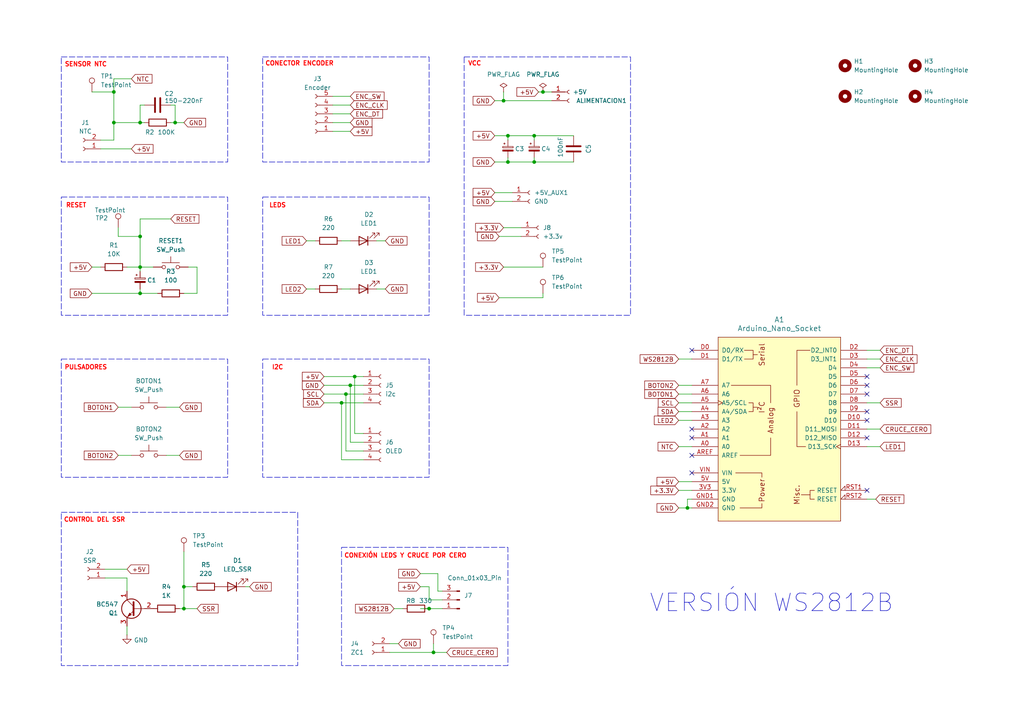
<source format=kicad_sch>
(kicad_sch
	(version 20250114)
	(generator "eeschema")
	(generator_version "9.0")
	(uuid "fb52b5cf-6b76-427d-ab4e-8ceaa29df2ae")
	(paper "A4")
	(lib_symbols
		(symbol "Connector:Conn_01x02_Socket"
			(pin_names
				(offset 1.016)
				(hide yes)
			)
			(exclude_from_sim no)
			(in_bom yes)
			(on_board yes)
			(property "Reference" "J"
				(at 0 2.54 0)
				(effects
					(font
						(size 1.27 1.27)
					)
				)
			)
			(property "Value" "Conn_01x02_Socket"
				(at 0 -5.08 0)
				(effects
					(font
						(size 1.27 1.27)
					)
				)
			)
			(property "Footprint" ""
				(at 0 0 0)
				(effects
					(font
						(size 1.27 1.27)
					)
					(hide yes)
				)
			)
			(property "Datasheet" "~"
				(at 0 0 0)
				(effects
					(font
						(size 1.27 1.27)
					)
					(hide yes)
				)
			)
			(property "Description" "Generic connector, single row, 01x02, script generated"
				(at 0 0 0)
				(effects
					(font
						(size 1.27 1.27)
					)
					(hide yes)
				)
			)
			(property "ki_locked" ""
				(at 0 0 0)
				(effects
					(font
						(size 1.27 1.27)
					)
				)
			)
			(property "ki_keywords" "connector"
				(at 0 0 0)
				(effects
					(font
						(size 1.27 1.27)
					)
					(hide yes)
				)
			)
			(property "ki_fp_filters" "Connector*:*_1x??_*"
				(at 0 0 0)
				(effects
					(font
						(size 1.27 1.27)
					)
					(hide yes)
				)
			)
			(symbol "Conn_01x02_Socket_1_1"
				(polyline
					(pts
						(xy -1.27 0) (xy -0.508 0)
					)
					(stroke
						(width 0.1524)
						(type default)
					)
					(fill
						(type none)
					)
				)
				(polyline
					(pts
						(xy -1.27 -2.54) (xy -0.508 -2.54)
					)
					(stroke
						(width 0.1524)
						(type default)
					)
					(fill
						(type none)
					)
				)
				(arc
					(start 0 -0.508)
					(mid -0.5058 0)
					(end 0 0.508)
					(stroke
						(width 0.1524)
						(type default)
					)
					(fill
						(type none)
					)
				)
				(arc
					(start 0 -3.048)
					(mid -0.5058 -2.54)
					(end 0 -2.032)
					(stroke
						(width 0.1524)
						(type default)
					)
					(fill
						(type none)
					)
				)
				(pin passive line
					(at -5.08 0 0)
					(length 3.81)
					(name "Pin_1"
						(effects
							(font
								(size 1.27 1.27)
							)
						)
					)
					(number "1"
						(effects
							(font
								(size 1.27 1.27)
							)
						)
					)
				)
				(pin passive line
					(at -5.08 -2.54 0)
					(length 3.81)
					(name "Pin_2"
						(effects
							(font
								(size 1.27 1.27)
							)
						)
					)
					(number "2"
						(effects
							(font
								(size 1.27 1.27)
							)
						)
					)
				)
			)
			(embedded_fonts no)
		)
		(symbol "Connector:Conn_01x03_Pin"
			(pin_names
				(offset 1.016)
				(hide yes)
			)
			(exclude_from_sim no)
			(in_bom yes)
			(on_board yes)
			(property "Reference" "J"
				(at 0 5.08 0)
				(effects
					(font
						(size 1.27 1.27)
					)
				)
			)
			(property "Value" "Conn_01x03_Pin"
				(at 0 -5.08 0)
				(effects
					(font
						(size 1.27 1.27)
					)
				)
			)
			(property "Footprint" ""
				(at 0 0 0)
				(effects
					(font
						(size 1.27 1.27)
					)
					(hide yes)
				)
			)
			(property "Datasheet" "~"
				(at 0 0 0)
				(effects
					(font
						(size 1.27 1.27)
					)
					(hide yes)
				)
			)
			(property "Description" "Generic connector, single row, 01x03, script generated"
				(at 0 0 0)
				(effects
					(font
						(size 1.27 1.27)
					)
					(hide yes)
				)
			)
			(property "ki_locked" ""
				(at 0 0 0)
				(effects
					(font
						(size 1.27 1.27)
					)
				)
			)
			(property "ki_keywords" "connector"
				(at 0 0 0)
				(effects
					(font
						(size 1.27 1.27)
					)
					(hide yes)
				)
			)
			(property "ki_fp_filters" "Connector*:*_1x??_*"
				(at 0 0 0)
				(effects
					(font
						(size 1.27 1.27)
					)
					(hide yes)
				)
			)
			(symbol "Conn_01x03_Pin_1_1"
				(rectangle
					(start 0.8636 2.667)
					(end 0 2.413)
					(stroke
						(width 0.1524)
						(type default)
					)
					(fill
						(type outline)
					)
				)
				(rectangle
					(start 0.8636 0.127)
					(end 0 -0.127)
					(stroke
						(width 0.1524)
						(type default)
					)
					(fill
						(type outline)
					)
				)
				(rectangle
					(start 0.8636 -2.413)
					(end 0 -2.667)
					(stroke
						(width 0.1524)
						(type default)
					)
					(fill
						(type outline)
					)
				)
				(polyline
					(pts
						(xy 1.27 2.54) (xy 0.8636 2.54)
					)
					(stroke
						(width 0.1524)
						(type default)
					)
					(fill
						(type none)
					)
				)
				(polyline
					(pts
						(xy 1.27 0) (xy 0.8636 0)
					)
					(stroke
						(width 0.1524)
						(type default)
					)
					(fill
						(type none)
					)
				)
				(polyline
					(pts
						(xy 1.27 -2.54) (xy 0.8636 -2.54)
					)
					(stroke
						(width 0.1524)
						(type default)
					)
					(fill
						(type none)
					)
				)
				(pin passive line
					(at 5.08 2.54 180)
					(length 3.81)
					(name "Pin_1"
						(effects
							(font
								(size 1.27 1.27)
							)
						)
					)
					(number "1"
						(effects
							(font
								(size 1.27 1.27)
							)
						)
					)
				)
				(pin passive line
					(at 5.08 0 180)
					(length 3.81)
					(name "Pin_2"
						(effects
							(font
								(size 1.27 1.27)
							)
						)
					)
					(number "2"
						(effects
							(font
								(size 1.27 1.27)
							)
						)
					)
				)
				(pin passive line
					(at 5.08 -2.54 180)
					(length 3.81)
					(name "Pin_3"
						(effects
							(font
								(size 1.27 1.27)
							)
						)
					)
					(number "3"
						(effects
							(font
								(size 1.27 1.27)
							)
						)
					)
				)
			)
			(embedded_fonts no)
		)
		(symbol "Connector:Conn_01x04_Socket"
			(pin_names
				(offset 1.016)
				(hide yes)
			)
			(exclude_from_sim no)
			(in_bom yes)
			(on_board yes)
			(property "Reference" "J"
				(at 0 5.08 0)
				(effects
					(font
						(size 1.27 1.27)
					)
				)
			)
			(property "Value" "Conn_01x04_Socket"
				(at 0 -7.62 0)
				(effects
					(font
						(size 1.27 1.27)
					)
				)
			)
			(property "Footprint" ""
				(at 0 0 0)
				(effects
					(font
						(size 1.27 1.27)
					)
					(hide yes)
				)
			)
			(property "Datasheet" "~"
				(at 0 0 0)
				(effects
					(font
						(size 1.27 1.27)
					)
					(hide yes)
				)
			)
			(property "Description" "Generic connector, single row, 01x04, script generated"
				(at 0 0 0)
				(effects
					(font
						(size 1.27 1.27)
					)
					(hide yes)
				)
			)
			(property "ki_locked" ""
				(at 0 0 0)
				(effects
					(font
						(size 1.27 1.27)
					)
				)
			)
			(property "ki_keywords" "connector"
				(at 0 0 0)
				(effects
					(font
						(size 1.27 1.27)
					)
					(hide yes)
				)
			)
			(property "ki_fp_filters" "Connector*:*_1x??_*"
				(at 0 0 0)
				(effects
					(font
						(size 1.27 1.27)
					)
					(hide yes)
				)
			)
			(symbol "Conn_01x04_Socket_1_1"
				(polyline
					(pts
						(xy -1.27 2.54) (xy -0.508 2.54)
					)
					(stroke
						(width 0.1524)
						(type default)
					)
					(fill
						(type none)
					)
				)
				(polyline
					(pts
						(xy -1.27 0) (xy -0.508 0)
					)
					(stroke
						(width 0.1524)
						(type default)
					)
					(fill
						(type none)
					)
				)
				(polyline
					(pts
						(xy -1.27 -2.54) (xy -0.508 -2.54)
					)
					(stroke
						(width 0.1524)
						(type default)
					)
					(fill
						(type none)
					)
				)
				(polyline
					(pts
						(xy -1.27 -5.08) (xy -0.508 -5.08)
					)
					(stroke
						(width 0.1524)
						(type default)
					)
					(fill
						(type none)
					)
				)
				(arc
					(start 0 2.032)
					(mid -0.5058 2.54)
					(end 0 3.048)
					(stroke
						(width 0.1524)
						(type default)
					)
					(fill
						(type none)
					)
				)
				(arc
					(start 0 -0.508)
					(mid -0.5058 0)
					(end 0 0.508)
					(stroke
						(width 0.1524)
						(type default)
					)
					(fill
						(type none)
					)
				)
				(arc
					(start 0 -3.048)
					(mid -0.5058 -2.54)
					(end 0 -2.032)
					(stroke
						(width 0.1524)
						(type default)
					)
					(fill
						(type none)
					)
				)
				(arc
					(start 0 -5.588)
					(mid -0.5058 -5.08)
					(end 0 -4.572)
					(stroke
						(width 0.1524)
						(type default)
					)
					(fill
						(type none)
					)
				)
				(pin passive line
					(at -5.08 2.54 0)
					(length 3.81)
					(name "Pin_1"
						(effects
							(font
								(size 1.27 1.27)
							)
						)
					)
					(number "1"
						(effects
							(font
								(size 1.27 1.27)
							)
						)
					)
				)
				(pin passive line
					(at -5.08 0 0)
					(length 3.81)
					(name "Pin_2"
						(effects
							(font
								(size 1.27 1.27)
							)
						)
					)
					(number "2"
						(effects
							(font
								(size 1.27 1.27)
							)
						)
					)
				)
				(pin passive line
					(at -5.08 -2.54 0)
					(length 3.81)
					(name "Pin_3"
						(effects
							(font
								(size 1.27 1.27)
							)
						)
					)
					(number "3"
						(effects
							(font
								(size 1.27 1.27)
							)
						)
					)
				)
				(pin passive line
					(at -5.08 -5.08 0)
					(length 3.81)
					(name "Pin_4"
						(effects
							(font
								(size 1.27 1.27)
							)
						)
					)
					(number "4"
						(effects
							(font
								(size 1.27 1.27)
							)
						)
					)
				)
			)
			(embedded_fonts no)
		)
		(symbol "Connector:Conn_01x05_Socket"
			(pin_names
				(offset 1.016)
				(hide yes)
			)
			(exclude_from_sim no)
			(in_bom yes)
			(on_board yes)
			(property "Reference" "J"
				(at 0 7.62 0)
				(effects
					(font
						(size 1.27 1.27)
					)
				)
			)
			(property "Value" "Conn_01x05_Socket"
				(at 0 -7.62 0)
				(effects
					(font
						(size 1.27 1.27)
					)
				)
			)
			(property "Footprint" ""
				(at 0 0 0)
				(effects
					(font
						(size 1.27 1.27)
					)
					(hide yes)
				)
			)
			(property "Datasheet" "~"
				(at 0 0 0)
				(effects
					(font
						(size 1.27 1.27)
					)
					(hide yes)
				)
			)
			(property "Description" "Generic connector, single row, 01x05, script generated"
				(at 0 0 0)
				(effects
					(font
						(size 1.27 1.27)
					)
					(hide yes)
				)
			)
			(property "ki_locked" ""
				(at 0 0 0)
				(effects
					(font
						(size 1.27 1.27)
					)
				)
			)
			(property "ki_keywords" "connector"
				(at 0 0 0)
				(effects
					(font
						(size 1.27 1.27)
					)
					(hide yes)
				)
			)
			(property "ki_fp_filters" "Connector*:*_1x??_*"
				(at 0 0 0)
				(effects
					(font
						(size 1.27 1.27)
					)
					(hide yes)
				)
			)
			(symbol "Conn_01x05_Socket_1_1"
				(polyline
					(pts
						(xy -1.27 5.08) (xy -0.508 5.08)
					)
					(stroke
						(width 0.1524)
						(type default)
					)
					(fill
						(type none)
					)
				)
				(polyline
					(pts
						(xy -1.27 2.54) (xy -0.508 2.54)
					)
					(stroke
						(width 0.1524)
						(type default)
					)
					(fill
						(type none)
					)
				)
				(polyline
					(pts
						(xy -1.27 0) (xy -0.508 0)
					)
					(stroke
						(width 0.1524)
						(type default)
					)
					(fill
						(type none)
					)
				)
				(polyline
					(pts
						(xy -1.27 -2.54) (xy -0.508 -2.54)
					)
					(stroke
						(width 0.1524)
						(type default)
					)
					(fill
						(type none)
					)
				)
				(polyline
					(pts
						(xy -1.27 -5.08) (xy -0.508 -5.08)
					)
					(stroke
						(width 0.1524)
						(type default)
					)
					(fill
						(type none)
					)
				)
				(arc
					(start 0 4.572)
					(mid -0.5058 5.08)
					(end 0 5.588)
					(stroke
						(width 0.1524)
						(type default)
					)
					(fill
						(type none)
					)
				)
				(arc
					(start 0 2.032)
					(mid -0.5058 2.54)
					(end 0 3.048)
					(stroke
						(width 0.1524)
						(type default)
					)
					(fill
						(type none)
					)
				)
				(arc
					(start 0 -0.508)
					(mid -0.5058 0)
					(end 0 0.508)
					(stroke
						(width 0.1524)
						(type default)
					)
					(fill
						(type none)
					)
				)
				(arc
					(start 0 -3.048)
					(mid -0.5058 -2.54)
					(end 0 -2.032)
					(stroke
						(width 0.1524)
						(type default)
					)
					(fill
						(type none)
					)
				)
				(arc
					(start 0 -5.588)
					(mid -0.5058 -5.08)
					(end 0 -4.572)
					(stroke
						(width 0.1524)
						(type default)
					)
					(fill
						(type none)
					)
				)
				(pin passive line
					(at -5.08 5.08 0)
					(length 3.81)
					(name "Pin_1"
						(effects
							(font
								(size 1.27 1.27)
							)
						)
					)
					(number "1"
						(effects
							(font
								(size 1.27 1.27)
							)
						)
					)
				)
				(pin passive line
					(at -5.08 2.54 0)
					(length 3.81)
					(name "Pin_2"
						(effects
							(font
								(size 1.27 1.27)
							)
						)
					)
					(number "2"
						(effects
							(font
								(size 1.27 1.27)
							)
						)
					)
				)
				(pin passive line
					(at -5.08 0 0)
					(length 3.81)
					(name "Pin_3"
						(effects
							(font
								(size 1.27 1.27)
							)
						)
					)
					(number "3"
						(effects
							(font
								(size 1.27 1.27)
							)
						)
					)
				)
				(pin passive line
					(at -5.08 -2.54 0)
					(length 3.81)
					(name "Pin_4"
						(effects
							(font
								(size 1.27 1.27)
							)
						)
					)
					(number "4"
						(effects
							(font
								(size 1.27 1.27)
							)
						)
					)
				)
				(pin passive line
					(at -5.08 -5.08 0)
					(length 3.81)
					(name "Pin_5"
						(effects
							(font
								(size 1.27 1.27)
							)
						)
					)
					(number "5"
						(effects
							(font
								(size 1.27 1.27)
							)
						)
					)
				)
			)
			(embedded_fonts no)
		)
		(symbol "Connector:TestPoint"
			(pin_numbers
				(hide yes)
			)
			(pin_names
				(offset 0.762)
				(hide yes)
			)
			(exclude_from_sim no)
			(in_bom yes)
			(on_board yes)
			(property "Reference" "TP"
				(at 0 6.858 0)
				(effects
					(font
						(size 1.27 1.27)
					)
				)
			)
			(property "Value" "TestPoint"
				(at 0 5.08 0)
				(effects
					(font
						(size 1.27 1.27)
					)
				)
			)
			(property "Footprint" ""
				(at 5.08 0 0)
				(effects
					(font
						(size 1.27 1.27)
					)
					(hide yes)
				)
			)
			(property "Datasheet" "~"
				(at 5.08 0 0)
				(effects
					(font
						(size 1.27 1.27)
					)
					(hide yes)
				)
			)
			(property "Description" "test point"
				(at 0 0 0)
				(effects
					(font
						(size 1.27 1.27)
					)
					(hide yes)
				)
			)
			(property "ki_keywords" "test point tp"
				(at 0 0 0)
				(effects
					(font
						(size 1.27 1.27)
					)
					(hide yes)
				)
			)
			(property "ki_fp_filters" "Pin* Test*"
				(at 0 0 0)
				(effects
					(font
						(size 1.27 1.27)
					)
					(hide yes)
				)
			)
			(symbol "TestPoint_0_1"
				(circle
					(center 0 3.302)
					(radius 0.762)
					(stroke
						(width 0)
						(type default)
					)
					(fill
						(type none)
					)
				)
			)
			(symbol "TestPoint_1_1"
				(pin passive line
					(at 0 0 90)
					(length 2.54)
					(name "1"
						(effects
							(font
								(size 1.27 1.27)
							)
						)
					)
					(number "1"
						(effects
							(font
								(size 1.27 1.27)
							)
						)
					)
				)
			)
			(embedded_fonts no)
		)
		(symbol "Device:C"
			(pin_numbers
				(hide yes)
			)
			(pin_names
				(offset 0.254)
			)
			(exclude_from_sim no)
			(in_bom yes)
			(on_board yes)
			(property "Reference" "C"
				(at 0.635 2.54 0)
				(effects
					(font
						(size 1.27 1.27)
					)
					(justify left)
				)
			)
			(property "Value" "C"
				(at 0.635 -2.54 0)
				(effects
					(font
						(size 1.27 1.27)
					)
					(justify left)
				)
			)
			(property "Footprint" ""
				(at 0.9652 -3.81 0)
				(effects
					(font
						(size 1.27 1.27)
					)
					(hide yes)
				)
			)
			(property "Datasheet" "~"
				(at 0 0 0)
				(effects
					(font
						(size 1.27 1.27)
					)
					(hide yes)
				)
			)
			(property "Description" "Unpolarized capacitor"
				(at 0 0 0)
				(effects
					(font
						(size 1.27 1.27)
					)
					(hide yes)
				)
			)
			(property "ki_keywords" "cap capacitor"
				(at 0 0 0)
				(effects
					(font
						(size 1.27 1.27)
					)
					(hide yes)
				)
			)
			(property "ki_fp_filters" "C_*"
				(at 0 0 0)
				(effects
					(font
						(size 1.27 1.27)
					)
					(hide yes)
				)
			)
			(symbol "C_0_1"
				(polyline
					(pts
						(xy -2.032 0.762) (xy 2.032 0.762)
					)
					(stroke
						(width 0.508)
						(type default)
					)
					(fill
						(type none)
					)
				)
				(polyline
					(pts
						(xy -2.032 -0.762) (xy 2.032 -0.762)
					)
					(stroke
						(width 0.508)
						(type default)
					)
					(fill
						(type none)
					)
				)
			)
			(symbol "C_1_1"
				(pin passive line
					(at 0 3.81 270)
					(length 2.794)
					(name "~"
						(effects
							(font
								(size 1.27 1.27)
							)
						)
					)
					(number "1"
						(effects
							(font
								(size 1.27 1.27)
							)
						)
					)
				)
				(pin passive line
					(at 0 -3.81 90)
					(length 2.794)
					(name "~"
						(effects
							(font
								(size 1.27 1.27)
							)
						)
					)
					(number "2"
						(effects
							(font
								(size 1.27 1.27)
							)
						)
					)
				)
			)
			(embedded_fonts no)
		)
		(symbol "Device:C_Polarized_Small"
			(pin_numbers
				(hide yes)
			)
			(pin_names
				(offset 0.254)
				(hide yes)
			)
			(exclude_from_sim no)
			(in_bom yes)
			(on_board yes)
			(property "Reference" "C"
				(at 0.254 1.778 0)
				(effects
					(font
						(size 1.27 1.27)
					)
					(justify left)
				)
			)
			(property "Value" "C_Polarized_Small"
				(at 0.254 -2.032 0)
				(effects
					(font
						(size 1.27 1.27)
					)
					(justify left)
				)
			)
			(property "Footprint" ""
				(at 0 0 0)
				(effects
					(font
						(size 1.27 1.27)
					)
					(hide yes)
				)
			)
			(property "Datasheet" "~"
				(at 0 0 0)
				(effects
					(font
						(size 1.27 1.27)
					)
					(hide yes)
				)
			)
			(property "Description" "Polarized capacitor, small symbol"
				(at 0 0 0)
				(effects
					(font
						(size 1.27 1.27)
					)
					(hide yes)
				)
			)
			(property "ki_keywords" "cap capacitor"
				(at 0 0 0)
				(effects
					(font
						(size 1.27 1.27)
					)
					(hide yes)
				)
			)
			(property "ki_fp_filters" "CP_*"
				(at 0 0 0)
				(effects
					(font
						(size 1.27 1.27)
					)
					(hide yes)
				)
			)
			(symbol "C_Polarized_Small_0_1"
				(rectangle
					(start -1.524 0.6858)
					(end 1.524 0.3048)
					(stroke
						(width 0)
						(type default)
					)
					(fill
						(type none)
					)
				)
				(rectangle
					(start -1.524 -0.3048)
					(end 1.524 -0.6858)
					(stroke
						(width 0)
						(type default)
					)
					(fill
						(type outline)
					)
				)
				(polyline
					(pts
						(xy -1.27 1.524) (xy -0.762 1.524)
					)
					(stroke
						(width 0)
						(type default)
					)
					(fill
						(type none)
					)
				)
				(polyline
					(pts
						(xy -1.016 1.27) (xy -1.016 1.778)
					)
					(stroke
						(width 0)
						(type default)
					)
					(fill
						(type none)
					)
				)
			)
			(symbol "C_Polarized_Small_1_1"
				(pin passive line
					(at 0 2.54 270)
					(length 1.8542)
					(name "~"
						(effects
							(font
								(size 1.27 1.27)
							)
						)
					)
					(number "1"
						(effects
							(font
								(size 1.27 1.27)
							)
						)
					)
				)
				(pin passive line
					(at 0 -2.54 90)
					(length 1.8542)
					(name "~"
						(effects
							(font
								(size 1.27 1.27)
							)
						)
					)
					(number "2"
						(effects
							(font
								(size 1.27 1.27)
							)
						)
					)
				)
			)
			(embedded_fonts no)
		)
		(symbol "Device:LED"
			(pin_numbers
				(hide yes)
			)
			(pin_names
				(offset 1.016)
				(hide yes)
			)
			(exclude_from_sim no)
			(in_bom yes)
			(on_board yes)
			(property "Reference" "D"
				(at 0 2.54 0)
				(effects
					(font
						(size 1.27 1.27)
					)
				)
			)
			(property "Value" "LED"
				(at 0 -2.54 0)
				(effects
					(font
						(size 1.27 1.27)
					)
				)
			)
			(property "Footprint" ""
				(at 0 0 0)
				(effects
					(font
						(size 1.27 1.27)
					)
					(hide yes)
				)
			)
			(property "Datasheet" "~"
				(at 0 0 0)
				(effects
					(font
						(size 1.27 1.27)
					)
					(hide yes)
				)
			)
			(property "Description" "Light emitting diode"
				(at 0 0 0)
				(effects
					(font
						(size 1.27 1.27)
					)
					(hide yes)
				)
			)
			(property "Sim.Pins" "1=K 2=A"
				(at 0 0 0)
				(effects
					(font
						(size 1.27 1.27)
					)
					(hide yes)
				)
			)
			(property "ki_keywords" "LED diode"
				(at 0 0 0)
				(effects
					(font
						(size 1.27 1.27)
					)
					(hide yes)
				)
			)
			(property "ki_fp_filters" "LED* LED_SMD:* LED_THT:*"
				(at 0 0 0)
				(effects
					(font
						(size 1.27 1.27)
					)
					(hide yes)
				)
			)
			(symbol "LED_0_1"
				(polyline
					(pts
						(xy -3.048 -0.762) (xy -4.572 -2.286) (xy -3.81 -2.286) (xy -4.572 -2.286) (xy -4.572 -1.524)
					)
					(stroke
						(width 0)
						(type default)
					)
					(fill
						(type none)
					)
				)
				(polyline
					(pts
						(xy -1.778 -0.762) (xy -3.302 -2.286) (xy -2.54 -2.286) (xy -3.302 -2.286) (xy -3.302 -1.524)
					)
					(stroke
						(width 0)
						(type default)
					)
					(fill
						(type none)
					)
				)
				(polyline
					(pts
						(xy -1.27 0) (xy 1.27 0)
					)
					(stroke
						(width 0)
						(type default)
					)
					(fill
						(type none)
					)
				)
				(polyline
					(pts
						(xy -1.27 -1.27) (xy -1.27 1.27)
					)
					(stroke
						(width 0.254)
						(type default)
					)
					(fill
						(type none)
					)
				)
				(polyline
					(pts
						(xy 1.27 -1.27) (xy 1.27 1.27) (xy -1.27 0) (xy 1.27 -1.27)
					)
					(stroke
						(width 0.254)
						(type default)
					)
					(fill
						(type none)
					)
				)
			)
			(symbol "LED_1_1"
				(pin passive line
					(at -3.81 0 0)
					(length 2.54)
					(name "K"
						(effects
							(font
								(size 1.27 1.27)
							)
						)
					)
					(number "1"
						(effects
							(font
								(size 1.27 1.27)
							)
						)
					)
				)
				(pin passive line
					(at 3.81 0 180)
					(length 2.54)
					(name "A"
						(effects
							(font
								(size 1.27 1.27)
							)
						)
					)
					(number "2"
						(effects
							(font
								(size 1.27 1.27)
							)
						)
					)
				)
			)
			(embedded_fonts no)
		)
		(symbol "Device:R"
			(pin_numbers
				(hide yes)
			)
			(pin_names
				(offset 0)
			)
			(exclude_from_sim no)
			(in_bom yes)
			(on_board yes)
			(property "Reference" "R"
				(at 2.032 0 90)
				(effects
					(font
						(size 1.27 1.27)
					)
				)
			)
			(property "Value" "R"
				(at 0 0 90)
				(effects
					(font
						(size 1.27 1.27)
					)
				)
			)
			(property "Footprint" ""
				(at -1.778 0 90)
				(effects
					(font
						(size 1.27 1.27)
					)
					(hide yes)
				)
			)
			(property "Datasheet" "~"
				(at 0 0 0)
				(effects
					(font
						(size 1.27 1.27)
					)
					(hide yes)
				)
			)
			(property "Description" "Resistor"
				(at 0 0 0)
				(effects
					(font
						(size 1.27 1.27)
					)
					(hide yes)
				)
			)
			(property "ki_keywords" "R res resistor"
				(at 0 0 0)
				(effects
					(font
						(size 1.27 1.27)
					)
					(hide yes)
				)
			)
			(property "ki_fp_filters" "R_*"
				(at 0 0 0)
				(effects
					(font
						(size 1.27 1.27)
					)
					(hide yes)
				)
			)
			(symbol "R_0_1"
				(rectangle
					(start -1.016 -2.54)
					(end 1.016 2.54)
					(stroke
						(width 0.254)
						(type default)
					)
					(fill
						(type none)
					)
				)
			)
			(symbol "R_1_1"
				(pin passive line
					(at 0 3.81 270)
					(length 1.27)
					(name "~"
						(effects
							(font
								(size 1.27 1.27)
							)
						)
					)
					(number "1"
						(effects
							(font
								(size 1.27 1.27)
							)
						)
					)
				)
				(pin passive line
					(at 0 -3.81 90)
					(length 1.27)
					(name "~"
						(effects
							(font
								(size 1.27 1.27)
							)
						)
					)
					(number "2"
						(effects
							(font
								(size 1.27 1.27)
							)
						)
					)
				)
			)
			(embedded_fonts no)
		)
		(symbol "Mechanical:MountingHole"
			(pin_names
				(offset 1.016)
			)
			(exclude_from_sim no)
			(in_bom no)
			(on_board yes)
			(property "Reference" "H"
				(at 0 5.08 0)
				(effects
					(font
						(size 1.27 1.27)
					)
				)
			)
			(property "Value" "MountingHole"
				(at 0 3.175 0)
				(effects
					(font
						(size 1.27 1.27)
					)
				)
			)
			(property "Footprint" ""
				(at 0 0 0)
				(effects
					(font
						(size 1.27 1.27)
					)
					(hide yes)
				)
			)
			(property "Datasheet" "~"
				(at 0 0 0)
				(effects
					(font
						(size 1.27 1.27)
					)
					(hide yes)
				)
			)
			(property "Description" "Mounting Hole without connection"
				(at 0 0 0)
				(effects
					(font
						(size 1.27 1.27)
					)
					(hide yes)
				)
			)
			(property "ki_keywords" "mounting hole"
				(at 0 0 0)
				(effects
					(font
						(size 1.27 1.27)
					)
					(hide yes)
				)
			)
			(property "ki_fp_filters" "MountingHole*"
				(at 0 0 0)
				(effects
					(font
						(size 1.27 1.27)
					)
					(hide yes)
				)
			)
			(symbol "MountingHole_0_1"
				(circle
					(center 0 0)
					(radius 1.27)
					(stroke
						(width 1.27)
						(type default)
					)
					(fill
						(type none)
					)
				)
			)
			(embedded_fonts no)
		)
		(symbol "PCM_arduino-library:Arduino_Nano_Socket"
			(pin_names
				(offset 1.016)
			)
			(exclude_from_sim no)
			(in_bom yes)
			(on_board yes)
			(property "Reference" "A"
				(at 0 33.02 0)
				(effects
					(font
						(size 1.524 1.524)
					)
				)
			)
			(property "Value" "Arduino_Nano_Socket"
				(at 0 29.21 0)
				(effects
					(font
						(size 1.524 1.524)
					)
				)
			)
			(property "Footprint" "PCM_arduino-library:Arduino_Nano_Socket"
				(at 0 -34.29 0)
				(effects
					(font
						(size 1.524 1.524)
					)
					(hide yes)
				)
			)
			(property "Datasheet" "https://docs.arduino.cc/hardware/nano"
				(at 0 -30.48 0)
				(effects
					(font
						(size 1.524 1.524)
					)
					(hide yes)
				)
			)
			(property "Description" "Socket for Arduino Nano"
				(at 0 0 0)
				(effects
					(font
						(size 1.27 1.27)
					)
					(hide yes)
				)
			)
			(property "ki_keywords" "Arduino MPU Shield"
				(at 0 0 0)
				(effects
					(font
						(size 1.27 1.27)
					)
					(hide yes)
				)
			)
			(property "ki_fp_filters" "Arduino_Nano_Socket"
				(at 0 0 0)
				(effects
					(font
						(size 1.27 1.27)
					)
					(hide yes)
				)
			)
			(symbol "Arduino_Nano_Socket_0_0"
				(rectangle
					(start -17.78 26.67)
					(end 17.78 -26.67)
					(stroke
						(width 0)
						(type default)
					)
					(fill
						(type background)
					)
				)
				(polyline
					(pts
						(xy -11.43 -22.86) (xy -5.08 -22.86) (xy -5.08 -21.59)
					)
					(stroke
						(width 0)
						(type default)
					)
					(fill
						(type none)
					)
				)
				(polyline
					(pts
						(xy -10.16 22.86) (xy -7.62 22.86) (xy -7.62 20.32) (xy -10.16 20.32)
					)
					(stroke
						(width 0)
						(type default)
					)
					(fill
						(type none)
					)
				)
				(polyline
					(pts
						(xy -8.89 7.62) (xy -7.62 7.62) (xy -7.62 5.08) (xy -8.89 5.08)
					)
					(stroke
						(width 0)
						(type default)
					)
					(fill
						(type none)
					)
				)
				(polyline
					(pts
						(xy -7.62 21.59) (xy -6.35 21.59)
					)
					(stroke
						(width 0)
						(type default)
					)
					(fill
						(type none)
					)
				)
				(polyline
					(pts
						(xy -7.62 6.35) (xy -6.35 6.35)
					)
					(stroke
						(width 0)
						(type default)
					)
					(fill
						(type none)
					)
				)
				(polyline
					(pts
						(xy -5.08 -13.97) (xy -5.08 -12.7) (xy -12.7 -12.7)
					)
					(stroke
						(width 0)
						(type default)
					)
					(fill
						(type none)
					)
				)
				(polyline
					(pts
						(xy 8.89 -19.05) (xy 6.35 -19.05)
					)
					(stroke
						(width 0)
						(type default)
					)
					(fill
						(type none)
					)
				)
				(text "Serial"
					(at -5.08 21.59 900)
					(effects
						(font
							(size 1.524 1.524)
						)
					)
				)
				(text "I²C"
					(at -5.08 6.35 900)
					(effects
						(font
							(size 1.524 1.524)
						)
					)
				)
				(text "Power"
					(at -5.08 -17.78 900)
					(effects
						(font
							(size 1.524 1.524)
						)
					)
				)
				(text "Analog"
					(at -2.54 2.54 900)
					(effects
						(font
							(size 1.524 1.524)
						)
					)
				)
				(text "Misc."
					(at 5.08 -19.05 900)
					(effects
						(font
							(size 1.524 1.524)
						)
					)
				)
			)
			(symbol "Arduino_Nano_Socket_0_1"
				(polyline
					(pts
						(xy -13.97 12.7) (xy -2.54 12.7) (xy -2.54 7.62)
					)
					(stroke
						(width 0)
						(type default)
					)
					(fill
						(type none)
					)
				)
				(polyline
					(pts
						(xy -11.43 -7.62) (xy -2.54 -7.62) (xy -2.54 -2.54)
					)
					(stroke
						(width 0)
						(type default)
					)
					(fill
						(type none)
					)
				)
				(polyline
					(pts
						(xy 7.62 -5.08) (xy 5.08 -5.08) (xy 5.08 5.08)
					)
					(stroke
						(width 0)
						(type default)
					)
					(fill
						(type none)
					)
				)
				(polyline
					(pts
						(xy 8.89 22.86) (xy 5.08 22.86) (xy 5.08 12.7)
					)
					(stroke
						(width 0)
						(type default)
					)
					(fill
						(type none)
					)
				)
				(polyline
					(pts
						(xy 10.16 -17.78) (xy 8.89 -17.78) (xy 8.89 -20.32) (xy 10.16 -20.32)
					)
					(stroke
						(width 0)
						(type default)
					)
					(fill
						(type none)
					)
				)
			)
			(symbol "Arduino_Nano_Socket_1_0"
				(text "GPIO"
					(at 5.08 8.89 900)
					(effects
						(font
							(size 1.524 1.524)
						)
					)
				)
			)
			(symbol "Arduino_Nano_Socket_1_1"
				(pin bidirectional line
					(at -25.4 22.86 0)
					(length 7.62)
					(name "D0/RX"
						(effects
							(font
								(size 1.27 1.27)
							)
						)
					)
					(number "D0"
						(effects
							(font
								(size 1.27 1.27)
							)
						)
					)
				)
				(pin bidirectional line
					(at -25.4 20.32 0)
					(length 7.62)
					(name "D1/TX"
						(effects
							(font
								(size 1.27 1.27)
							)
						)
					)
					(number "D1"
						(effects
							(font
								(size 1.27 1.27)
							)
						)
					)
				)
				(pin input line
					(at -25.4 12.7 0)
					(length 7.62)
					(name "A7"
						(effects
							(font
								(size 1.27 1.27)
							)
						)
					)
					(number "A7"
						(effects
							(font
								(size 1.27 1.27)
							)
						)
					)
				)
				(pin input line
					(at -25.4 10.16 0)
					(length 7.62)
					(name "A6"
						(effects
							(font
								(size 1.27 1.27)
							)
						)
					)
					(number "A6"
						(effects
							(font
								(size 1.27 1.27)
							)
						)
					)
				)
				(pin bidirectional clock
					(at -25.4 7.62 0)
					(length 7.62)
					(name "A5/SCL"
						(effects
							(font
								(size 1.27 1.27)
							)
						)
					)
					(number "A5"
						(effects
							(font
								(size 1.27 1.27)
							)
						)
					)
				)
				(pin bidirectional line
					(at -25.4 5.08 0)
					(length 7.62)
					(name "A4/SDA"
						(effects
							(font
								(size 1.27 1.27)
							)
						)
					)
					(number "A4"
						(effects
							(font
								(size 1.27 1.27)
							)
						)
					)
				)
				(pin bidirectional line
					(at -25.4 2.54 0)
					(length 7.62)
					(name "A3"
						(effects
							(font
								(size 1.27 1.27)
							)
						)
					)
					(number "A3"
						(effects
							(font
								(size 1.27 1.27)
							)
						)
					)
				)
				(pin bidirectional line
					(at -25.4 0 0)
					(length 7.62)
					(name "A2"
						(effects
							(font
								(size 1.27 1.27)
							)
						)
					)
					(number "A2"
						(effects
							(font
								(size 1.27 1.27)
							)
						)
					)
				)
				(pin bidirectional line
					(at -25.4 -2.54 0)
					(length 7.62)
					(name "A1"
						(effects
							(font
								(size 1.27 1.27)
							)
						)
					)
					(number "A1"
						(effects
							(font
								(size 1.27 1.27)
							)
						)
					)
				)
				(pin bidirectional line
					(at -25.4 -5.08 0)
					(length 7.62)
					(name "A0"
						(effects
							(font
								(size 1.27 1.27)
							)
						)
					)
					(number "A0"
						(effects
							(font
								(size 1.27 1.27)
							)
						)
					)
				)
				(pin input line
					(at -25.4 -7.62 0)
					(length 7.62)
					(name "AREF"
						(effects
							(font
								(size 1.27 1.27)
							)
						)
					)
					(number "AREF"
						(effects
							(font
								(size 1.27 1.27)
							)
						)
					)
				)
				(pin power_in line
					(at -25.4 -12.7 0)
					(length 7.62)
					(name "VIN"
						(effects
							(font
								(size 1.27 1.27)
							)
						)
					)
					(number "VIN"
						(effects
							(font
								(size 1.27 1.27)
							)
						)
					)
				)
				(pin power_in line
					(at -25.4 -15.24 0)
					(length 7.62)
					(name "5V"
						(effects
							(font
								(size 1.27 1.27)
							)
						)
					)
					(number "5V"
						(effects
							(font
								(size 1.27 1.27)
							)
						)
					)
				)
				(pin power_out line
					(at -25.4 -17.78 0)
					(length 7.62)
					(name "3.3V"
						(effects
							(font
								(size 1.27 1.27)
							)
						)
					)
					(number "3V3"
						(effects
							(font
								(size 1.27 1.27)
							)
						)
					)
				)
				(pin power_in line
					(at -25.4 -20.32 0)
					(length 7.62)
					(name "GND"
						(effects
							(font
								(size 1.27 1.27)
							)
						)
					)
					(number "GND1"
						(effects
							(font
								(size 1.27 1.27)
							)
						)
					)
				)
				(pin power_in line
					(at -25.4 -22.86 0)
					(length 7.62)
					(name "GND"
						(effects
							(font
								(size 1.27 1.27)
							)
						)
					)
					(number "GND2"
						(effects
							(font
								(size 1.27 1.27)
							)
						)
					)
				)
				(pin bidirectional line
					(at 25.4 22.86 180)
					(length 7.62)
					(name "D2_INT0"
						(effects
							(font
								(size 1.27 1.27)
							)
						)
					)
					(number "D2"
						(effects
							(font
								(size 1.27 1.27)
							)
						)
					)
				)
				(pin bidirectional line
					(at 25.4 20.32 180)
					(length 7.62)
					(name "D3_INT1"
						(effects
							(font
								(size 1.27 1.27)
							)
						)
					)
					(number "D3"
						(effects
							(font
								(size 1.27 1.27)
							)
						)
					)
				)
				(pin bidirectional line
					(at 25.4 17.78 180)
					(length 7.62)
					(name "D4"
						(effects
							(font
								(size 1.27 1.27)
							)
						)
					)
					(number "D4"
						(effects
							(font
								(size 1.27 1.27)
							)
						)
					)
				)
				(pin bidirectional line
					(at 25.4 15.24 180)
					(length 7.62)
					(name "D5"
						(effects
							(font
								(size 1.27 1.27)
							)
						)
					)
					(number "D5"
						(effects
							(font
								(size 1.27 1.27)
							)
						)
					)
				)
				(pin bidirectional line
					(at 25.4 12.7 180)
					(length 7.62)
					(name "D6"
						(effects
							(font
								(size 1.27 1.27)
							)
						)
					)
					(number "D6"
						(effects
							(font
								(size 1.27 1.27)
							)
						)
					)
				)
				(pin bidirectional line
					(at 25.4 10.16 180)
					(length 7.62)
					(name "D7"
						(effects
							(font
								(size 1.27 1.27)
							)
						)
					)
					(number "D7"
						(effects
							(font
								(size 1.27 1.27)
							)
						)
					)
				)
				(pin bidirectional line
					(at 25.4 7.62 180)
					(length 7.62)
					(name "D8"
						(effects
							(font
								(size 1.27 1.27)
							)
						)
					)
					(number "D8"
						(effects
							(font
								(size 1.27 1.27)
							)
						)
					)
				)
				(pin bidirectional line
					(at 25.4 5.08 180)
					(length 7.62)
					(name "D9"
						(effects
							(font
								(size 1.27 1.27)
							)
						)
					)
					(number "D9"
						(effects
							(font
								(size 1.27 1.27)
							)
						)
					)
				)
				(pin bidirectional line
					(at 25.4 2.54 180)
					(length 7.62)
					(name "D10"
						(effects
							(font
								(size 1.27 1.27)
							)
						)
					)
					(number "D10"
						(effects
							(font
								(size 1.27 1.27)
							)
						)
					)
				)
				(pin bidirectional line
					(at 25.4 0 180)
					(length 7.62)
					(name "D11_MOSI"
						(effects
							(font
								(size 1.27 1.27)
							)
						)
					)
					(number "D11"
						(effects
							(font
								(size 1.27 1.27)
							)
						)
					)
				)
				(pin bidirectional line
					(at 25.4 -2.54 180)
					(length 7.62)
					(name "D12_MISO"
						(effects
							(font
								(size 1.27 1.27)
							)
						)
					)
					(number "D12"
						(effects
							(font
								(size 1.27 1.27)
							)
						)
					)
				)
				(pin bidirectional clock
					(at 25.4 -5.08 180)
					(length 7.62)
					(name "D13_SCK"
						(effects
							(font
								(size 1.27 1.27)
							)
						)
					)
					(number "D13"
						(effects
							(font
								(size 1.27 1.27)
							)
						)
					)
				)
				(pin open_collector input_low
					(at 25.4 -17.78 180)
					(length 7.62)
					(name "RESET"
						(effects
							(font
								(size 1.27 1.27)
							)
						)
					)
					(number "RST1"
						(effects
							(font
								(size 1.27 1.27)
							)
						)
					)
				)
				(pin open_collector input_low
					(at 25.4 -20.32 180)
					(length 7.62)
					(name "RESET"
						(effects
							(font
								(size 1.27 1.27)
							)
						)
					)
					(number "RST2"
						(effects
							(font
								(size 1.27 1.27)
							)
						)
					)
				)
			)
			(embedded_fonts no)
		)
		(symbol "Switch:SW_Push"
			(pin_numbers
				(hide yes)
			)
			(pin_names
				(offset 1.016)
				(hide yes)
			)
			(exclude_from_sim no)
			(in_bom yes)
			(on_board yes)
			(property "Reference" "SW"
				(at 1.27 2.54 0)
				(effects
					(font
						(size 1.27 1.27)
					)
					(justify left)
				)
			)
			(property "Value" "SW_Push"
				(at 0 -1.524 0)
				(effects
					(font
						(size 1.27 1.27)
					)
				)
			)
			(property "Footprint" ""
				(at 0 5.08 0)
				(effects
					(font
						(size 1.27 1.27)
					)
					(hide yes)
				)
			)
			(property "Datasheet" "~"
				(at 0 5.08 0)
				(effects
					(font
						(size 1.27 1.27)
					)
					(hide yes)
				)
			)
			(property "Description" "Push button switch, generic, two pins"
				(at 0 0 0)
				(effects
					(font
						(size 1.27 1.27)
					)
					(hide yes)
				)
			)
			(property "ki_keywords" "switch normally-open pushbutton push-button"
				(at 0 0 0)
				(effects
					(font
						(size 1.27 1.27)
					)
					(hide yes)
				)
			)
			(symbol "SW_Push_0_1"
				(circle
					(center -2.032 0)
					(radius 0.508)
					(stroke
						(width 0)
						(type default)
					)
					(fill
						(type none)
					)
				)
				(polyline
					(pts
						(xy 0 1.27) (xy 0 3.048)
					)
					(stroke
						(width 0)
						(type default)
					)
					(fill
						(type none)
					)
				)
				(circle
					(center 2.032 0)
					(radius 0.508)
					(stroke
						(width 0)
						(type default)
					)
					(fill
						(type none)
					)
				)
				(polyline
					(pts
						(xy 2.54 1.27) (xy -2.54 1.27)
					)
					(stroke
						(width 0)
						(type default)
					)
					(fill
						(type none)
					)
				)
				(pin passive line
					(at -5.08 0 0)
					(length 2.54)
					(name "1"
						(effects
							(font
								(size 1.27 1.27)
							)
						)
					)
					(number "1"
						(effects
							(font
								(size 1.27 1.27)
							)
						)
					)
				)
				(pin passive line
					(at 5.08 0 180)
					(length 2.54)
					(name "2"
						(effects
							(font
								(size 1.27 1.27)
							)
						)
					)
					(number "2"
						(effects
							(font
								(size 1.27 1.27)
							)
						)
					)
				)
			)
			(embedded_fonts no)
		)
		(symbol "Transistor_BJT:BC547"
			(pin_names
				(offset 0)
				(hide yes)
			)
			(exclude_from_sim no)
			(in_bom yes)
			(on_board yes)
			(property "Reference" "Q"
				(at 5.08 1.905 0)
				(effects
					(font
						(size 1.27 1.27)
					)
					(justify left)
				)
			)
			(property "Value" "BC547"
				(at 5.08 0 0)
				(effects
					(font
						(size 1.27 1.27)
					)
					(justify left)
				)
			)
			(property "Footprint" "Package_TO_SOT_THT:TO-92_Inline"
				(at 5.08 -1.905 0)
				(effects
					(font
						(size 1.27 1.27)
						(italic yes)
					)
					(justify left)
					(hide yes)
				)
			)
			(property "Datasheet" "https://www.onsemi.com/pub/Collateral/BC550-D.pdf"
				(at 0 0 0)
				(effects
					(font
						(size 1.27 1.27)
					)
					(justify left)
					(hide yes)
				)
			)
			(property "Description" "0.1A Ic, 45V Vce, Small Signal NPN Transistor, TO-92"
				(at 0 0 0)
				(effects
					(font
						(size 1.27 1.27)
					)
					(hide yes)
				)
			)
			(property "ki_keywords" "NPN Transistor"
				(at 0 0 0)
				(effects
					(font
						(size 1.27 1.27)
					)
					(hide yes)
				)
			)
			(property "ki_fp_filters" "TO?92*"
				(at 0 0 0)
				(effects
					(font
						(size 1.27 1.27)
					)
					(hide yes)
				)
			)
			(symbol "BC547_0_1"
				(polyline
					(pts
						(xy -2.54 0) (xy 0.635 0)
					)
					(stroke
						(width 0)
						(type default)
					)
					(fill
						(type none)
					)
				)
				(polyline
					(pts
						(xy 0.635 1.905) (xy 0.635 -1.905)
					)
					(stroke
						(width 0.508)
						(type default)
					)
					(fill
						(type none)
					)
				)
				(circle
					(center 1.27 0)
					(radius 2.8194)
					(stroke
						(width 0.254)
						(type default)
					)
					(fill
						(type none)
					)
				)
			)
			(symbol "BC547_1_1"
				(polyline
					(pts
						(xy 0.635 0.635) (xy 2.54 2.54)
					)
					(stroke
						(width 0)
						(type default)
					)
					(fill
						(type none)
					)
				)
				(polyline
					(pts
						(xy 0.635 -0.635) (xy 2.54 -2.54)
					)
					(stroke
						(width 0)
						(type default)
					)
					(fill
						(type none)
					)
				)
				(polyline
					(pts
						(xy 1.27 -1.778) (xy 1.778 -1.27) (xy 2.286 -2.286) (xy 1.27 -1.778)
					)
					(stroke
						(width 0)
						(type default)
					)
					(fill
						(type outline)
					)
				)
				(pin input line
					(at -5.08 0 0)
					(length 2.54)
					(name "B"
						(effects
							(font
								(size 1.27 1.27)
							)
						)
					)
					(number "2"
						(effects
							(font
								(size 1.27 1.27)
							)
						)
					)
				)
				(pin passive line
					(at 2.54 5.08 270)
					(length 2.54)
					(name "C"
						(effects
							(font
								(size 1.27 1.27)
							)
						)
					)
					(number "1"
						(effects
							(font
								(size 1.27 1.27)
							)
						)
					)
				)
				(pin passive line
					(at 2.54 -5.08 90)
					(length 2.54)
					(name "E"
						(effects
							(font
								(size 1.27 1.27)
							)
						)
					)
					(number "3"
						(effects
							(font
								(size 1.27 1.27)
							)
						)
					)
				)
			)
			(embedded_fonts no)
		)
		(symbol "power:GND"
			(power)
			(pin_numbers
				(hide yes)
			)
			(pin_names
				(offset 0)
				(hide yes)
			)
			(exclude_from_sim no)
			(in_bom yes)
			(on_board yes)
			(property "Reference" "#PWR"
				(at 0 -6.35 0)
				(effects
					(font
						(size 1.27 1.27)
					)
					(hide yes)
				)
			)
			(property "Value" "GND"
				(at 0 -3.81 0)
				(effects
					(font
						(size 1.27 1.27)
					)
				)
			)
			(property "Footprint" ""
				(at 0 0 0)
				(effects
					(font
						(size 1.27 1.27)
					)
					(hide yes)
				)
			)
			(property "Datasheet" ""
				(at 0 0 0)
				(effects
					(font
						(size 1.27 1.27)
					)
					(hide yes)
				)
			)
			(property "Description" "Power symbol creates a global label with name \"GND\" , ground"
				(at 0 0 0)
				(effects
					(font
						(size 1.27 1.27)
					)
					(hide yes)
				)
			)
			(property "ki_keywords" "global power"
				(at 0 0 0)
				(effects
					(font
						(size 1.27 1.27)
					)
					(hide yes)
				)
			)
			(symbol "GND_0_1"
				(polyline
					(pts
						(xy 0 0) (xy 0 -1.27) (xy 1.27 -1.27) (xy 0 -2.54) (xy -1.27 -1.27) (xy 0 -1.27)
					)
					(stroke
						(width 0)
						(type default)
					)
					(fill
						(type none)
					)
				)
			)
			(symbol "GND_1_1"
				(pin power_in line
					(at 0 0 270)
					(length 0)
					(name "~"
						(effects
							(font
								(size 1.27 1.27)
							)
						)
					)
					(number "1"
						(effects
							(font
								(size 1.27 1.27)
							)
						)
					)
				)
			)
			(embedded_fonts no)
		)
		(symbol "power:PWR_FLAG"
			(power)
			(pin_numbers
				(hide yes)
			)
			(pin_names
				(offset 0)
				(hide yes)
			)
			(exclude_from_sim no)
			(in_bom yes)
			(on_board yes)
			(property "Reference" "#FLG"
				(at 0 1.905 0)
				(effects
					(font
						(size 1.27 1.27)
					)
					(hide yes)
				)
			)
			(property "Value" "PWR_FLAG"
				(at 0 3.81 0)
				(effects
					(font
						(size 1.27 1.27)
					)
				)
			)
			(property "Footprint" ""
				(at 0 0 0)
				(effects
					(font
						(size 1.27 1.27)
					)
					(hide yes)
				)
			)
			(property "Datasheet" "~"
				(at 0 0 0)
				(effects
					(font
						(size 1.27 1.27)
					)
					(hide yes)
				)
			)
			(property "Description" "Special symbol for telling ERC where power comes from"
				(at 0 0 0)
				(effects
					(font
						(size 1.27 1.27)
					)
					(hide yes)
				)
			)
			(property "ki_keywords" "flag power"
				(at 0 0 0)
				(effects
					(font
						(size 1.27 1.27)
					)
					(hide yes)
				)
			)
			(symbol "PWR_FLAG_0_0"
				(pin power_out line
					(at 0 0 90)
					(length 0)
					(name "~"
						(effects
							(font
								(size 1.27 1.27)
							)
						)
					)
					(number "1"
						(effects
							(font
								(size 1.27 1.27)
							)
						)
					)
				)
			)
			(symbol "PWR_FLAG_0_1"
				(polyline
					(pts
						(xy 0 0) (xy 0 1.27) (xy -1.016 1.905) (xy 0 2.54) (xy 1.016 1.905) (xy 0 1.27)
					)
					(stroke
						(width 0)
						(type default)
					)
					(fill
						(type none)
					)
				)
			)
			(embedded_fonts no)
		)
	)
	(rectangle
		(start 99.06 158.75)
		(end 147.32 193.04)
		(stroke
			(width 0)
			(type dash)
		)
		(fill
			(type none)
		)
		(uuid 19a1f317-6107-4676-a04e-331381933ab8)
	)
	(rectangle
		(start 134.62 16.51)
		(end 182.88 91.44)
		(stroke
			(width 0)
			(type dash)
		)
		(fill
			(type none)
		)
		(uuid 26320d91-725d-4d50-a173-7b47d6d5b82d)
	)
	(rectangle
		(start 76.2 16.51)
		(end 124.46 46.99)
		(stroke
			(width 0)
			(type dash)
		)
		(fill
			(type none)
		)
		(uuid 61c0b181-8669-407a-aa95-3f55b76223da)
	)
	(rectangle
		(start 17.78 104.14)
		(end 66.04 138.43)
		(stroke
			(width 0)
			(type dash)
		)
		(fill
			(type none)
		)
		(uuid 714b9572-e251-4b05-854f-66fe2430d983)
	)
	(rectangle
		(start 17.78 57.15)
		(end 66.04 91.44)
		(stroke
			(width 0)
			(type dash)
		)
		(fill
			(type none)
		)
		(uuid 76fc94f4-6273-4638-8bc1-d280cc8dffdb)
	)
	(rectangle
		(start 76.2 57.15)
		(end 124.46 91.44)
		(stroke
			(width 0)
			(type dash)
		)
		(fill
			(type none)
		)
		(uuid a7a9bcfa-5448-4e85-82eb-ba4141ed8e02)
	)
	(rectangle
		(start 76.2 104.14)
		(end 124.46 138.43)
		(stroke
			(width 0)
			(type dash)
		)
		(fill
			(type none)
		)
		(uuid ac2184fa-2a55-483f-8222-295dff63f665)
	)
	(rectangle
		(start 17.78 16.51)
		(end 66.04 46.99)
		(stroke
			(width 0)
			(type dash)
		)
		(fill
			(type none)
		)
		(uuid b4affca1-524e-4cdc-bde1-f04842b0168d)
	)
	(rectangle
		(start 17.78 148.59)
		(end 86.36 193.04)
		(stroke
			(width 0)
			(type dash)
		)
		(fill
			(type none)
		)
		(uuid d86102e8-0ff6-4ef7-9bab-929f2c6fb1b4)
	)
	(text "CONTROL DEL SSR"
		(exclude_from_sim no)
		(at 27.432 150.876 0)
		(effects
			(font
				(size 1.27 1.27)
				(thickness 0.254)
				(bold yes)
				(color 255 0 0 1)
			)
		)
		(uuid "3d6d9cfe-fe01-4fd4-8be6-ef1dabf25042")
	)
	(text "I2C"
		(exclude_from_sim no)
		(at 80.518 106.68 0)
		(effects
			(font
				(size 1.27 1.27)
				(thickness 0.254)
				(bold yes)
				(color 255 0 0 1)
			)
		)
		(uuid "43e39751-32f3-45ff-97be-6bdb491a3666")
	)
	(text "CONECTOR ENCODER"
		(exclude_from_sim no)
		(at 86.868 18.542 0)
		(effects
			(font
				(size 1.27 1.27)
				(thickness 0.254)
				(bold yes)
				(color 255 0 0 1)
			)
		)
		(uuid "54a1a3ac-67df-4105-b423-9995ce90a1be")
	)
	(text "PULSADORES"
		(exclude_from_sim no)
		(at 24.892 106.68 0)
		(effects
			(font
				(size 1.27 1.27)
				(thickness 0.254)
				(bold yes)
				(color 255 0 0 1)
			)
		)
		(uuid "753e6461-f1a8-40e8-b99e-be20afb56ed7")
	)
	(text "RESET"
		(exclude_from_sim no)
		(at 22.098 59.69 0)
		(effects
			(font
				(size 1.27 1.27)
				(thickness 0.254)
				(bold yes)
				(color 255 0 0 1)
			)
		)
		(uuid "75ad4b6b-62cd-4d23-b598-ab15cb4ca53a")
	)
	(text "SENSOR NTC"
		(exclude_from_sim no)
		(at 24.892 18.796 0)
		(effects
			(font
				(size 1.27 1.27)
				(thickness 0.254)
				(bold yes)
				(color 255 0 0 1)
			)
		)
		(uuid "90f14b01-f170-42a8-b1b4-0be9a25bc004")
	)
	(text "CONEXIÓN LEDS Y CRUCE POR CERO"
		(exclude_from_sim no)
		(at 117.602 161.29 0)
		(effects
			(font
				(size 1.27 1.27)
				(thickness 0.254)
				(bold yes)
				(color 255 0 0 1)
			)
		)
		(uuid "91601757-813f-4142-8a7b-a27d7828ef40")
	)
	(text "VERSIÓN WS2812B"
		(exclude_from_sim no)
		(at 223.774 175.006 0)
		(effects
			(font
				(size 5.08 5.08)
			)
		)
		(uuid "91b4c6c3-2c98-4c30-98a4-337bec47d0ef")
	)
	(text "VCC"
		(exclude_from_sim no)
		(at 137.668 18.542 0)
		(effects
			(font
				(size 1.27 1.27)
				(thickness 0.254)
				(bold yes)
				(color 255 0 0 1)
			)
		)
		(uuid "a0530067-a11f-4ac9-b1a8-45fc59130436")
	)
	(text "LEDS"
		(exclude_from_sim no)
		(at 80.518 59.69 0)
		(effects
			(font
				(size 1.27 1.27)
				(thickness 0.254)
				(bold yes)
				(color 255 0 0 1)
			)
		)
		(uuid "d0f8a296-c9f9-4214-9575-7daf3cac627c")
	)
	(junction
		(at 53.34 170.18)
		(diameter 0)
		(color 0 0 0 0)
		(uuid "0494efc8-1148-4a62-8cbe-e4e35695fb1d")
	)
	(junction
		(at 154.94 46.99)
		(diameter 0)
		(color 0 0 0 0)
		(uuid "07f04636-b667-4a4c-9014-a6a2ff687687")
	)
	(junction
		(at 147.32 39.37)
		(diameter 0)
		(color 0 0 0 0)
		(uuid "0b7f3ae0-8870-40cc-b39f-7aa9c0af314b")
	)
	(junction
		(at 100.33 114.3)
		(diameter 0)
		(color 0 0 0 0)
		(uuid "19a4c094-fd21-4cbb-b556-98e0b5eae8fa")
	)
	(junction
		(at 199.39 147.32)
		(diameter 0)
		(color 0 0 0 0)
		(uuid "27a3a154-a94d-4e29-8336-cdb5769bd4c2")
	)
	(junction
		(at 125.73 189.23)
		(diameter 0)
		(color 0 0 0 0)
		(uuid "3b72f692-1361-47c9-87ea-9bb8b937c5eb")
	)
	(junction
		(at 33.02 26.67)
		(diameter 0)
		(color 0 0 0 0)
		(uuid "3ce440d8-9036-46e6-b866-ef5d6e23ea6c")
	)
	(junction
		(at 40.64 68.58)
		(diameter 0)
		(color 0 0 0 0)
		(uuid "3e8331af-19aa-4779-aab5-84127e27a533")
	)
	(junction
		(at 154.94 39.37)
		(diameter 0)
		(color 0 0 0 0)
		(uuid "7bafb3d8-d729-411b-8213-7068f4bdbb8c")
	)
	(junction
		(at 33.02 35.56)
		(diameter 0)
		(color 0 0 0 0)
		(uuid "86b9f76f-1dfa-4cfd-9a47-c2d7e0ca8e2a")
	)
	(junction
		(at 99.06 116.84)
		(diameter 0)
		(color 0 0 0 0)
		(uuid "8b985456-82f1-4cf1-9640-79142bbc52d7")
	)
	(junction
		(at 157.48 26.67)
		(diameter 0)
		(color 0 0 0 0)
		(uuid "8f8351a9-63ef-4a2b-bf8a-6b0ec7a77206")
	)
	(junction
		(at 124.46 176.53)
		(diameter 0)
		(color 0 0 0 0)
		(uuid "9bd6df7c-6ddc-4745-8a8c-31fe0a28c94d")
	)
	(junction
		(at 147.32 46.99)
		(diameter 0)
		(color 0 0 0 0)
		(uuid "a4ebf861-118a-4172-a4c6-da20db6830cf")
	)
	(junction
		(at 101.6 111.76)
		(diameter 0)
		(color 0 0 0 0)
		(uuid "a507fd04-05ef-415d-98df-6235e6590224")
	)
	(junction
		(at 50.8 35.56)
		(diameter 0)
		(color 0 0 0 0)
		(uuid "a68f0f1f-c0c9-491e-9ae0-4957ca238c3d")
	)
	(junction
		(at 40.64 35.56)
		(diameter 0)
		(color 0 0 0 0)
		(uuid "bf643245-8796-41d3-942d-f994eb8cfe36")
	)
	(junction
		(at 40.64 85.09)
		(diameter 0)
		(color 0 0 0 0)
		(uuid "c8b22b56-ed33-4509-a3e8-d71441e03acf")
	)
	(junction
		(at 102.87 109.22)
		(diameter 0)
		(color 0 0 0 0)
		(uuid "d10b60ba-3bc9-42a7-9df0-b9a4410d58d6")
	)
	(junction
		(at 146.05 29.21)
		(diameter 0)
		(color 0 0 0 0)
		(uuid "e349ea37-834e-4ebd-910c-6b1409335b38")
	)
	(junction
		(at 53.34 176.53)
		(diameter 0)
		(color 0 0 0 0)
		(uuid "ecdd094c-8893-43ed-9489-b9627c7e236e")
	)
	(junction
		(at 40.64 77.47)
		(diameter 0)
		(color 0 0 0 0)
		(uuid "ecfe764b-512e-44ee-bc78-c439fcaebd60")
	)
	(no_connect
		(at 200.66 137.16)
		(uuid "08718123-88c6-4409-9d03-a8ee5da85d75")
	)
	(no_connect
		(at 251.46 121.92)
		(uuid "4a3c4eb0-78e4-42e5-959e-371bd894118a")
	)
	(no_connect
		(at 251.46 142.24)
		(uuid "52a860f9-9c94-45dd-95e2-b8170c952b97")
	)
	(no_connect
		(at 251.46 114.3)
		(uuid "55db97fa-d16c-42f9-abe4-349ecb088386")
	)
	(no_connect
		(at 200.66 101.6)
		(uuid "5e015d10-d820-4a84-aece-e98759cf120c")
	)
	(no_connect
		(at 251.46 119.38)
		(uuid "7598ceb9-2e2b-45e4-9b7c-fbe86203a856")
	)
	(no_connect
		(at 251.46 109.22)
		(uuid "7ba2eee9-092e-49d8-a675-f7147a3afc5b")
	)
	(no_connect
		(at 251.46 127)
		(uuid "cba9aee3-5fb6-4173-835a-b57fa758e4b1")
	)
	(no_connect
		(at 200.66 132.08)
		(uuid "d40d2743-57a8-4c0d-8e8e-469672e2c92b")
	)
	(no_connect
		(at 200.66 127)
		(uuid "de15c572-2a38-4508-9e9e-6c8066ff963c")
	)
	(no_connect
		(at 251.46 111.76)
		(uuid "f3343a68-1f11-4e0a-acf1-79924dd33781")
	)
	(no_connect
		(at 200.66 124.46)
		(uuid "f7b72cd4-3691-425f-a0f7-a0f6eb72a32e")
	)
	(wire
		(pts
			(xy 121.92 176.53) (xy 124.46 176.53)
		)
		(stroke
			(width 0)
			(type default)
		)
		(uuid "0088357d-1bc5-4411-892d-1dc869ddd934")
	)
	(wire
		(pts
			(xy 196.85 139.7) (xy 200.66 139.7)
		)
		(stroke
			(width 0)
			(type default)
		)
		(uuid "0237b351-239f-4386-ab04-1c15ab26c02d")
	)
	(wire
		(pts
			(xy 29.21 40.64) (xy 33.02 40.64)
		)
		(stroke
			(width 0)
			(type default)
		)
		(uuid "0266f48c-4976-48ea-bbca-39d54634d76d")
	)
	(wire
		(pts
			(xy 251.46 116.84) (xy 255.27 116.84)
		)
		(stroke
			(width 0)
			(type default)
		)
		(uuid "04ff6d68-5102-405e-9670-256134aa2c7d")
	)
	(wire
		(pts
			(xy 143.51 46.99) (xy 147.32 46.99)
		)
		(stroke
			(width 0)
			(type default)
		)
		(uuid "09908e4d-edd7-4e77-8062-c3cf316da394")
	)
	(wire
		(pts
			(xy 26.67 26.67) (xy 33.02 26.67)
		)
		(stroke
			(width 0)
			(type default)
		)
		(uuid "0a81f16f-8487-4f52-bdcf-f752cffb4b7c")
	)
	(wire
		(pts
			(xy 125.73 189.23) (xy 129.54 189.23)
		)
		(stroke
			(width 0)
			(type default)
		)
		(uuid "0b5c76ed-2a74-4bec-99af-879fe9bb583d")
	)
	(wire
		(pts
			(xy 146.05 66.04) (xy 151.13 66.04)
		)
		(stroke
			(width 0)
			(type default)
		)
		(uuid "0b9b253c-1ea0-4a19-9c77-0ff9db802f24")
	)
	(wire
		(pts
			(xy 99.06 69.85) (xy 101.6 69.85)
		)
		(stroke
			(width 0)
			(type default)
		)
		(uuid "0c05f907-69f5-411d-9c01-ab5af0b001dd")
	)
	(wire
		(pts
			(xy 40.64 83.82) (xy 40.64 85.09)
		)
		(stroke
			(width 0)
			(type default)
		)
		(uuid "0c226318-ca6d-496d-9eaa-5ae6ede1dac5")
	)
	(wire
		(pts
			(xy 105.41 130.81) (xy 100.33 130.81)
		)
		(stroke
			(width 0)
			(type default)
		)
		(uuid "0caaac8b-3e4b-4634-8adb-3d5a593c8a1a")
	)
	(wire
		(pts
			(xy 99.06 133.35) (xy 99.06 116.84)
		)
		(stroke
			(width 0)
			(type default)
		)
		(uuid "0e03f45a-c80a-4d62-ab77-507fe134ef28")
	)
	(wire
		(pts
			(xy 36.83 77.47) (xy 40.64 77.47)
		)
		(stroke
			(width 0)
			(type default)
		)
		(uuid "0e866f2e-23b7-44d2-a25b-ebaa5e833248")
	)
	(wire
		(pts
			(xy 102.87 109.22) (xy 105.41 109.22)
		)
		(stroke
			(width 0)
			(type default)
		)
		(uuid "0ef35903-0844-4d62-a44b-ee5868a31df8")
	)
	(wire
		(pts
			(xy 99.06 83.82) (xy 101.6 83.82)
		)
		(stroke
			(width 0)
			(type default)
		)
		(uuid "101ba99c-c466-4087-b0c1-42126783c68b")
	)
	(wire
		(pts
			(xy 40.64 77.47) (xy 40.64 78.74)
		)
		(stroke
			(width 0)
			(type default)
		)
		(uuid "122f6374-5ec1-42c0-b67d-6b7e1980ea51")
	)
	(wire
		(pts
			(xy 41.91 30.48) (xy 40.64 30.48)
		)
		(stroke
			(width 0)
			(type default)
		)
		(uuid "124f6e2e-d615-4e93-9f6d-3eef0e9a9798")
	)
	(wire
		(pts
			(xy 146.05 29.21) (xy 160.02 29.21)
		)
		(stroke
			(width 0)
			(type default)
		)
		(uuid "13bf6004-1035-440d-a4c2-3678590d1bae")
	)
	(wire
		(pts
			(xy 196.85 147.32) (xy 199.39 147.32)
		)
		(stroke
			(width 0)
			(type default)
		)
		(uuid "14455e09-c573-46ac-9ced-f4b21c921530")
	)
	(wire
		(pts
			(xy 29.21 43.18) (xy 38.1 43.18)
		)
		(stroke
			(width 0)
			(type default)
		)
		(uuid "15733dd9-94d4-42a5-b5ad-b11fcc33e8ef")
	)
	(wire
		(pts
			(xy 251.46 129.54) (xy 255.27 129.54)
		)
		(stroke
			(width 0)
			(type default)
		)
		(uuid "19937a4c-c94f-4a94-86c0-91c4099160a1")
	)
	(wire
		(pts
			(xy 30.48 167.64) (xy 36.83 167.64)
		)
		(stroke
			(width 0)
			(type default)
		)
		(uuid "1d681656-48bb-4cd4-9ca7-89c1e7825a59")
	)
	(wire
		(pts
			(xy 50.8 30.48) (xy 50.8 35.56)
		)
		(stroke
			(width 0)
			(type default)
		)
		(uuid "1f0e3703-2f62-4a18-846b-8f571bb61c09")
	)
	(wire
		(pts
			(xy 33.02 22.86) (xy 33.02 26.67)
		)
		(stroke
			(width 0)
			(type default)
		)
		(uuid "1fa2e958-6b3a-4797-a38d-3c79154714d2")
	)
	(wire
		(pts
			(xy 109.22 69.85) (xy 111.76 69.85)
		)
		(stroke
			(width 0)
			(type default)
		)
		(uuid "1fef40a3-a48f-4a71-8797-187f17bcb34b")
	)
	(wire
		(pts
			(xy 113.03 186.69) (xy 115.57 186.69)
		)
		(stroke
			(width 0)
			(type default)
		)
		(uuid "20971046-8ff1-4cae-86a7-20ee746b995b")
	)
	(wire
		(pts
			(xy 144.78 86.36) (xy 157.48 86.36)
		)
		(stroke
			(width 0)
			(type default)
		)
		(uuid "248006e1-9996-498d-89ac-180ab58425c4")
	)
	(wire
		(pts
			(xy 124.46 173.99) (xy 124.46 170.18)
		)
		(stroke
			(width 0)
			(type default)
		)
		(uuid "281a529e-cc1f-4308-ad0c-1eb00c341e7f")
	)
	(wire
		(pts
			(xy 96.52 33.02) (xy 101.6 33.02)
		)
		(stroke
			(width 0)
			(type default)
		)
		(uuid "28d7e000-41e6-431d-8eb3-c1cb49534067")
	)
	(wire
		(pts
			(xy 154.94 39.37) (xy 166.37 39.37)
		)
		(stroke
			(width 0)
			(type default)
		)
		(uuid "2dc89c3b-6812-4829-a0fd-85277df03a4e")
	)
	(wire
		(pts
			(xy 143.51 55.88) (xy 148.59 55.88)
		)
		(stroke
			(width 0)
			(type default)
		)
		(uuid "2f5a2a32-1700-407c-9109-eec68ed8cc41")
	)
	(wire
		(pts
			(xy 34.29 66.04) (xy 34.29 68.58)
		)
		(stroke
			(width 0)
			(type default)
		)
		(uuid "2f812974-e652-4251-9249-d309c7ddd931")
	)
	(wire
		(pts
			(xy 48.26 118.11) (xy 52.07 118.11)
		)
		(stroke
			(width 0)
			(type default)
		)
		(uuid "32969935-015e-4df8-8d9e-d87203da0625")
	)
	(wire
		(pts
			(xy 96.52 35.56) (xy 101.6 35.56)
		)
		(stroke
			(width 0)
			(type default)
		)
		(uuid "35e3963a-a371-4886-9eea-ffa9b5325b3f")
	)
	(wire
		(pts
			(xy 251.46 106.68) (xy 255.27 106.68)
		)
		(stroke
			(width 0)
			(type default)
		)
		(uuid "361fad49-b898-4529-b5ba-02821b8428b3")
	)
	(wire
		(pts
			(xy 53.34 176.53) (xy 57.15 176.53)
		)
		(stroke
			(width 0)
			(type default)
		)
		(uuid "37f8b339-4e3e-4304-9f07-29211cdd7568")
	)
	(wire
		(pts
			(xy 93.98 109.22) (xy 102.87 109.22)
		)
		(stroke
			(width 0)
			(type default)
		)
		(uuid "38940b4d-f1dc-490a-b3b1-a056a8dffc4e")
	)
	(wire
		(pts
			(xy 26.67 77.47) (xy 29.21 77.47)
		)
		(stroke
			(width 0)
			(type default)
		)
		(uuid "39174905-5ea6-4298-b13b-7b5514b2243e")
	)
	(wire
		(pts
			(xy 154.94 39.37) (xy 154.94 40.64)
		)
		(stroke
			(width 0)
			(type default)
		)
		(uuid "39ea7312-cf5c-4be3-bc22-8b7292c60c1a")
	)
	(wire
		(pts
			(xy 251.46 104.14) (xy 255.27 104.14)
		)
		(stroke
			(width 0)
			(type default)
		)
		(uuid "3db216a8-77fe-4c38-b1e4-4e13c1ad4d9e")
	)
	(wire
		(pts
			(xy 196.85 104.14) (xy 200.66 104.14)
		)
		(stroke
			(width 0)
			(type default)
		)
		(uuid "3dee2a2e-18d6-4ab8-9831-2a82c2b8a1a7")
	)
	(wire
		(pts
			(xy 105.41 128.27) (xy 101.6 128.27)
		)
		(stroke
			(width 0)
			(type default)
		)
		(uuid "3ef2dcf8-659a-4485-a6b8-ca29e4597c63")
	)
	(wire
		(pts
			(xy 146.05 26.67) (xy 146.05 29.21)
		)
		(stroke
			(width 0)
			(type default)
		)
		(uuid "40378ce6-74f3-4592-b2df-648d814d2717")
	)
	(wire
		(pts
			(xy 38.1 22.86) (xy 33.02 22.86)
		)
		(stroke
			(width 0)
			(type default)
		)
		(uuid "4048e031-0523-4545-a7c1-83e961625127")
	)
	(wire
		(pts
			(xy 53.34 170.18) (xy 53.34 176.53)
		)
		(stroke
			(width 0)
			(type default)
		)
		(uuid "40ae6436-ef94-4210-86ea-f56d13c90e9e")
	)
	(wire
		(pts
			(xy 57.15 77.47) (xy 57.15 85.09)
		)
		(stroke
			(width 0)
			(type default)
		)
		(uuid "4d4b892a-93a7-4259-97c3-49250452f024")
	)
	(wire
		(pts
			(xy 93.98 116.84) (xy 99.06 116.84)
		)
		(stroke
			(width 0)
			(type default)
		)
		(uuid "57405204-b6c1-436d-b422-ebec02e7a433")
	)
	(wire
		(pts
			(xy 53.34 170.18) (xy 55.88 170.18)
		)
		(stroke
			(width 0)
			(type default)
		)
		(uuid "5875cdd2-8e86-46b1-b6d5-3426a6b71352")
	)
	(wire
		(pts
			(xy 143.51 58.42) (xy 148.59 58.42)
		)
		(stroke
			(width 0)
			(type default)
		)
		(uuid "58c5a247-f0ed-40b1-9da4-a7685f01e501")
	)
	(wire
		(pts
			(xy 53.34 160.02) (xy 53.34 170.18)
		)
		(stroke
			(width 0)
			(type default)
		)
		(uuid "5a0d4bf0-9cfc-49a8-9e6e-60f57bef9ed8")
	)
	(wire
		(pts
			(xy 96.52 27.94) (xy 101.6 27.94)
		)
		(stroke
			(width 0)
			(type default)
		)
		(uuid "5a307aab-99e4-42fd-8a69-bc6116623deb")
	)
	(wire
		(pts
			(xy 251.46 124.46) (xy 255.27 124.46)
		)
		(stroke
			(width 0)
			(type default)
		)
		(uuid "5aa0d413-c2a3-4b1c-8202-f7478097ed4d")
	)
	(wire
		(pts
			(xy 196.85 114.3) (xy 200.66 114.3)
		)
		(stroke
			(width 0)
			(type default)
		)
		(uuid "5e32a751-c06f-4791-990d-b190e457ce83")
	)
	(wire
		(pts
			(xy 40.64 30.48) (xy 40.64 35.56)
		)
		(stroke
			(width 0)
			(type default)
		)
		(uuid "60a05018-a452-4632-b765-e28d69fe0d0c")
	)
	(wire
		(pts
			(xy 40.64 63.5) (xy 40.64 68.58)
		)
		(stroke
			(width 0)
			(type default)
		)
		(uuid "633b2ffb-41b3-470c-ae91-8140f35fb55c")
	)
	(wire
		(pts
			(xy 33.02 35.56) (xy 40.64 35.56)
		)
		(stroke
			(width 0)
			(type default)
		)
		(uuid "637c2d7c-a083-4e3e-976f-a89f44f2c398")
	)
	(wire
		(pts
			(xy 88.9 69.85) (xy 91.44 69.85)
		)
		(stroke
			(width 0)
			(type default)
		)
		(uuid "63a9a3e7-a244-4f90-8e4b-620adb314312")
	)
	(wire
		(pts
			(xy 50.8 35.56) (xy 53.34 35.56)
		)
		(stroke
			(width 0)
			(type default)
		)
		(uuid "6401d7cf-689f-442e-9a14-12d449b3a349")
	)
	(wire
		(pts
			(xy 71.12 170.18) (xy 72.39 170.18)
		)
		(stroke
			(width 0)
			(type default)
		)
		(uuid "65d64e76-89aa-407c-acfd-570a34c9af9f")
	)
	(wire
		(pts
			(xy 34.29 118.11) (xy 38.1 118.11)
		)
		(stroke
			(width 0)
			(type default)
		)
		(uuid "67aac166-b743-47c4-afe2-2bbd6976e5fd")
	)
	(wire
		(pts
			(xy 96.52 30.48) (xy 101.6 30.48)
		)
		(stroke
			(width 0)
			(type default)
		)
		(uuid "6c881314-2e26-4f43-8880-d0f551f7c4d0")
	)
	(wire
		(pts
			(xy 196.85 116.84) (xy 200.66 116.84)
		)
		(stroke
			(width 0)
			(type default)
		)
		(uuid "6d2f79ee-70b5-48d5-a025-af5b48f90619")
	)
	(wire
		(pts
			(xy 147.32 46.99) (xy 154.94 46.99)
		)
		(stroke
			(width 0)
			(type default)
		)
		(uuid "6d636493-bd8e-4beb-8948-93c03e994691")
	)
	(wire
		(pts
			(xy 147.32 45.72) (xy 147.32 46.99)
		)
		(stroke
			(width 0)
			(type default)
		)
		(uuid "6f2f0634-8b1e-4ad9-af78-b89411f8fb26")
	)
	(wire
		(pts
			(xy 105.41 125.73) (xy 102.87 125.73)
		)
		(stroke
			(width 0)
			(type default)
		)
		(uuid "72dd724c-260d-4bc8-8bd2-dcb6ab8da15e")
	)
	(wire
		(pts
			(xy 251.46 101.6) (xy 255.27 101.6)
		)
		(stroke
			(width 0)
			(type default)
		)
		(uuid "76dbcd52-cff5-4edc-8d89-d2a44b4d869e")
	)
	(wire
		(pts
			(xy 114.3 176.53) (xy 116.84 176.53)
		)
		(stroke
			(width 0)
			(type default)
		)
		(uuid "7732ce6a-67c4-451b-baa8-0f80aedcc855")
	)
	(wire
		(pts
			(xy 40.64 68.58) (xy 40.64 77.47)
		)
		(stroke
			(width 0)
			(type default)
		)
		(uuid "78e077ac-a9d5-4d80-84f9-db2780c19c92")
	)
	(wire
		(pts
			(xy 143.51 29.21) (xy 146.05 29.21)
		)
		(stroke
			(width 0)
			(type default)
		)
		(uuid "7a7ed8b2-d2e5-4c97-8032-aaddb2da586c")
	)
	(wire
		(pts
			(xy 93.98 111.76) (xy 101.6 111.76)
		)
		(stroke
			(width 0)
			(type default)
		)
		(uuid "7bdd0dde-273c-46dc-a3a2-3a7728929159")
	)
	(wire
		(pts
			(xy 121.92 166.37) (xy 127 166.37)
		)
		(stroke
			(width 0)
			(type default)
		)
		(uuid "7d9cf3c9-aa3d-40f7-b9c9-bbd91452fe64")
	)
	(wire
		(pts
			(xy 100.33 114.3) (xy 105.41 114.3)
		)
		(stroke
			(width 0)
			(type default)
		)
		(uuid "8100e8b3-fcf3-4b66-b17f-3c23d4429991")
	)
	(wire
		(pts
			(xy 143.51 39.37) (xy 147.32 39.37)
		)
		(stroke
			(width 0)
			(type default)
		)
		(uuid "82ae435a-3fdb-4c22-8323-0b3472822475")
	)
	(wire
		(pts
			(xy 52.07 176.53) (xy 53.34 176.53)
		)
		(stroke
			(width 0)
			(type default)
		)
		(uuid "84813857-a8b9-413c-8fe9-1bfb0410c0ed")
	)
	(wire
		(pts
			(xy 49.53 35.56) (xy 50.8 35.56)
		)
		(stroke
			(width 0)
			(type default)
		)
		(uuid "8685af9e-265e-4e1e-b342-b3019175e0e3")
	)
	(wire
		(pts
			(xy 33.02 26.67) (xy 33.02 35.56)
		)
		(stroke
			(width 0)
			(type default)
		)
		(uuid "86dcd70f-522a-436b-8717-f08e9b85472d")
	)
	(wire
		(pts
			(xy 147.32 39.37) (xy 154.94 39.37)
		)
		(stroke
			(width 0)
			(type default)
		)
		(uuid "87a274d9-69b3-4fa9-bdd3-7ba1bd868381")
	)
	(wire
		(pts
			(xy 36.83 167.64) (xy 36.83 171.45)
		)
		(stroke
			(width 0)
			(type default)
		)
		(uuid "8ba7cc83-4000-430c-b150-e3b3a04867d4")
	)
	(wire
		(pts
			(xy 156.21 26.67) (xy 157.48 26.67)
		)
		(stroke
			(width 0)
			(type default)
		)
		(uuid "8c0d99d6-9b2e-448d-a4fa-2fe2ad50ba77")
	)
	(wire
		(pts
			(xy 196.85 111.76) (xy 200.66 111.76)
		)
		(stroke
			(width 0)
			(type default)
		)
		(uuid "93b229a3-5d3a-4c2e-b5ab-7ccc8d40d880")
	)
	(wire
		(pts
			(xy 125.73 186.69) (xy 125.73 189.23)
		)
		(stroke
			(width 0)
			(type default)
		)
		(uuid "9834bd4c-5e3d-42b5-a278-c61acc2a4bc1")
	)
	(wire
		(pts
			(xy 96.52 38.1) (xy 101.6 38.1)
		)
		(stroke
			(width 0)
			(type default)
		)
		(uuid "9b30360e-8e96-4733-9636-b4df0a4d77a2")
	)
	(wire
		(pts
			(xy 251.46 144.78) (xy 254 144.78)
		)
		(stroke
			(width 0)
			(type default)
		)
		(uuid "9c3e4376-14cb-4821-a853-328b64ac4289")
	)
	(wire
		(pts
			(xy 128.27 171.45) (xy 127 171.45)
		)
		(stroke
			(width 0)
			(type default)
		)
		(uuid "9c8b35f7-ea67-4d8f-bb36-c414c00b33d5")
	)
	(wire
		(pts
			(xy 147.32 39.37) (xy 147.32 40.64)
		)
		(stroke
			(width 0)
			(type default)
		)
		(uuid "9cc5c9d9-d4b2-4edf-8444-47e21ccab4e9")
	)
	(wire
		(pts
			(xy 26.67 85.09) (xy 40.64 85.09)
		)
		(stroke
			(width 0)
			(type default)
		)
		(uuid "9e31db2b-4cc4-48a3-8505-b87069cf482d")
	)
	(wire
		(pts
			(xy 53.34 85.09) (xy 57.15 85.09)
		)
		(stroke
			(width 0)
			(type default)
		)
		(uuid "a192c214-4f5b-4dd9-a4ce-54ecf616320b")
	)
	(wire
		(pts
			(xy 146.05 77.47) (xy 157.48 77.47)
		)
		(stroke
			(width 0)
			(type default)
		)
		(uuid "a2031cf1-0782-4096-b891-7ef074b63ce9")
	)
	(wire
		(pts
			(xy 200.66 144.78) (xy 199.39 144.78)
		)
		(stroke
			(width 0)
			(type default)
		)
		(uuid "a22fc663-7cbc-46fd-8396-2751de1148bf")
	)
	(wire
		(pts
			(xy 36.83 181.61) (xy 36.83 184.15)
		)
		(stroke
			(width 0)
			(type default)
		)
		(uuid "a3997370-ba50-4c9d-9bd1-4d9b6616bcd8")
	)
	(wire
		(pts
			(xy 101.6 111.76) (xy 105.41 111.76)
		)
		(stroke
			(width 0)
			(type default)
		)
		(uuid "a42e9742-2e30-4b74-ac5f-b2279e286b19")
	)
	(wire
		(pts
			(xy 196.85 142.24) (xy 200.66 142.24)
		)
		(stroke
			(width 0)
			(type default)
		)
		(uuid "a504e1a1-406a-4e94-bcee-fe94ed20643a")
	)
	(wire
		(pts
			(xy 196.85 119.38) (xy 200.66 119.38)
		)
		(stroke
			(width 0)
			(type default)
		)
		(uuid "a55158a4-3581-4e16-8bc1-23ed5fe2ca2f")
	)
	(wire
		(pts
			(xy 88.9 83.82) (xy 91.44 83.82)
		)
		(stroke
			(width 0)
			(type default)
		)
		(uuid "a5f701fe-8ff6-4086-8815-b6e61180ebdd")
	)
	(wire
		(pts
			(xy 113.03 189.23) (xy 125.73 189.23)
		)
		(stroke
			(width 0)
			(type default)
		)
		(uuid "a7f33186-e59c-457e-aad9-8850b691996e")
	)
	(wire
		(pts
			(xy 101.6 128.27) (xy 101.6 111.76)
		)
		(stroke
			(width 0)
			(type default)
		)
		(uuid "a8e3f84c-419b-4e91-8113-867a7cafacc7")
	)
	(wire
		(pts
			(xy 157.48 86.36) (xy 157.48 85.09)
		)
		(stroke
			(width 0)
			(type default)
		)
		(uuid "ac92c57d-1fef-450e-a678-99297dbcc39e")
	)
	(wire
		(pts
			(xy 154.94 45.72) (xy 154.94 46.99)
		)
		(stroke
			(width 0)
			(type default)
		)
		(uuid "aceb5644-65f7-46a1-9f52-4e8378e18c05")
	)
	(wire
		(pts
			(xy 157.48 26.67) (xy 160.02 26.67)
		)
		(stroke
			(width 0)
			(type default)
		)
		(uuid "ae4ca541-ff92-4bf4-8603-aed4a542d0f5")
	)
	(wire
		(pts
			(xy 124.46 170.18) (xy 121.92 170.18)
		)
		(stroke
			(width 0)
			(type default)
		)
		(uuid "af125c66-00e1-42a6-8fc0-82655adab605")
	)
	(wire
		(pts
			(xy 54.61 77.47) (xy 57.15 77.47)
		)
		(stroke
			(width 0)
			(type default)
		)
		(uuid "b03aa890-e6a7-448e-bf0b-d744ec39106b")
	)
	(wire
		(pts
			(xy 109.22 83.82) (xy 111.76 83.82)
		)
		(stroke
			(width 0)
			(type default)
		)
		(uuid "b4782059-57f7-4a64-a4c7-8486853bd995")
	)
	(wire
		(pts
			(xy 124.46 176.53) (xy 128.27 176.53)
		)
		(stroke
			(width 0)
			(type default)
		)
		(uuid "ba5581cf-e6cc-4347-a41a-41a6f9cad5ce")
	)
	(wire
		(pts
			(xy 99.06 116.84) (xy 105.41 116.84)
		)
		(stroke
			(width 0)
			(type default)
		)
		(uuid "bb8acc63-d723-4aa2-8e9b-83350128986b")
	)
	(wire
		(pts
			(xy 100.33 130.81) (xy 100.33 114.3)
		)
		(stroke
			(width 0)
			(type default)
		)
		(uuid "bbf6d2ac-9900-4cc2-a19d-3e956078dcaf")
	)
	(wire
		(pts
			(xy 40.64 35.56) (xy 41.91 35.56)
		)
		(stroke
			(width 0)
			(type default)
		)
		(uuid "c0b741c0-a44c-4921-891b-d0120ca2d142")
	)
	(wire
		(pts
			(xy 34.29 132.08) (xy 38.1 132.08)
		)
		(stroke
			(width 0)
			(type default)
		)
		(uuid "c3f1ba66-e630-4d74-a46c-540a3da473a9")
	)
	(wire
		(pts
			(xy 30.48 165.1) (xy 36.83 165.1)
		)
		(stroke
			(width 0)
			(type default)
		)
		(uuid "c445d149-8848-405e-b3b0-900ef0d28ead")
	)
	(wire
		(pts
			(xy 144.78 68.58) (xy 151.13 68.58)
		)
		(stroke
			(width 0)
			(type default)
		)
		(uuid "c749c693-5a1d-46c8-9fac-ff6480eb54f9")
	)
	(wire
		(pts
			(xy 127 171.45) (xy 127 166.37)
		)
		(stroke
			(width 0)
			(type default)
		)
		(uuid "d01d507e-f291-4aa2-8342-63966c699873")
	)
	(wire
		(pts
			(xy 40.64 77.47) (xy 44.45 77.47)
		)
		(stroke
			(width 0)
			(type default)
		)
		(uuid "d1dd5229-25db-4e28-bc10-7a100d6a4dcc")
	)
	(wire
		(pts
			(xy 199.39 144.78) (xy 199.39 147.32)
		)
		(stroke
			(width 0)
			(type default)
		)
		(uuid "d674fca5-fb5b-44b2-b2e6-a16cbb002a9d")
	)
	(wire
		(pts
			(xy 40.64 63.5) (xy 49.53 63.5)
		)
		(stroke
			(width 0)
			(type default)
		)
		(uuid "d8ffbc4d-56fd-4efc-8241-24234e60bf12")
	)
	(wire
		(pts
			(xy 199.39 147.32) (xy 200.66 147.32)
		)
		(stroke
			(width 0)
			(type default)
		)
		(uuid "d90dffc1-e8c9-4cfe-bbeb-c37956100274")
	)
	(wire
		(pts
			(xy 93.98 114.3) (xy 100.33 114.3)
		)
		(stroke
			(width 0)
			(type default)
		)
		(uuid "da59d13f-d901-4d89-a13b-86753b557e51")
	)
	(wire
		(pts
			(xy 33.02 40.64) (xy 33.02 35.56)
		)
		(stroke
			(width 0)
			(type default)
		)
		(uuid "dab76415-2699-4ef6-b028-d548e936947a")
	)
	(wire
		(pts
			(xy 40.64 85.09) (xy 45.72 85.09)
		)
		(stroke
			(width 0)
			(type default)
		)
		(uuid "dc666d29-745a-4c16-bf97-5d76dd1440fc")
	)
	(wire
		(pts
			(xy 102.87 125.73) (xy 102.87 109.22)
		)
		(stroke
			(width 0)
			(type default)
		)
		(uuid "dd065c72-f204-43c8-a4e3-db390db4a7ae")
	)
	(wire
		(pts
			(xy 128.27 173.99) (xy 124.46 173.99)
		)
		(stroke
			(width 0)
			(type default)
		)
		(uuid "e2f482bc-91ae-4f28-b976-43a49a638d85")
	)
	(wire
		(pts
			(xy 48.26 132.08) (xy 52.07 132.08)
		)
		(stroke
			(width 0)
			(type default)
		)
		(uuid "e6d50c61-3d7f-4ebc-9d5e-8f096855e7a4")
	)
	(wire
		(pts
			(xy 154.94 46.99) (xy 166.37 46.99)
		)
		(stroke
			(width 0)
			(type default)
		)
		(uuid "e7c63f6d-1d64-4413-ab40-822174d1267f")
	)
	(wire
		(pts
			(xy 105.41 133.35) (xy 99.06 133.35)
		)
		(stroke
			(width 0)
			(type default)
		)
		(uuid "ea3acd2d-d76f-49e4-b337-c60349945912")
	)
	(wire
		(pts
			(xy 49.53 30.48) (xy 50.8 30.48)
		)
		(stroke
			(width 0)
			(type default)
		)
		(uuid "f02695f6-88a8-4db0-94d0-8d30675f7317")
	)
	(wire
		(pts
			(xy 196.85 121.92) (xy 200.66 121.92)
		)
		(stroke
			(width 0)
			(type default)
		)
		(uuid "f236b2b3-46a4-4103-9fe6-9791a570d24a")
	)
	(wire
		(pts
			(xy 34.29 68.58) (xy 40.64 68.58)
		)
		(stroke
			(width 0)
			(type default)
		)
		(uuid "fa97da13-1857-40a6-a7da-c2195615ce69")
	)
	(wire
		(pts
			(xy 196.85 129.54) (xy 200.66 129.54)
		)
		(stroke
			(width 0)
			(type default)
		)
		(uuid "fdb9bfd0-5c68-4378-9964-1f193ea5964e")
	)
	(global_label "GND"
		(shape input)
		(at 111.76 69.85 0)
		(fields_autoplaced yes)
		(effects
			(font
				(size 1.27 1.27)
			)
			(justify left)
		)
		(uuid "0070d182-c741-4d0d-8d71-673d6f247ee1")
		(property "Intersheetrefs" "${INTERSHEET_REFS}"
			(at 118.6157 69.85 0)
			(effects
				(font
					(size 1.27 1.27)
				)
				(justify left)
				(hide yes)
			)
		)
	)
	(global_label "GND"
		(shape input)
		(at 143.51 58.42 180)
		(fields_autoplaced yes)
		(effects
			(font
				(size 1.27 1.27)
			)
			(justify right)
		)
		(uuid "033cc861-58f4-4b2e-94dd-fdd7e7e84c19")
		(property "Intersheetrefs" "${INTERSHEET_REFS}"
			(at 136.6543 58.42 0)
			(effects
				(font
					(size 1.27 1.27)
				)
				(justify right)
				(hide yes)
			)
		)
	)
	(global_label "+3.3V"
		(shape input)
		(at 196.85 142.24 180)
		(fields_autoplaced yes)
		(effects
			(font
				(size 1.27 1.27)
			)
			(justify right)
		)
		(uuid "09f3f091-03b6-4be8-8c98-7deaef45937e")
		(property "Intersheetrefs" "${INTERSHEET_REFS}"
			(at 188.18 142.24 0)
			(effects
				(font
					(size 1.27 1.27)
				)
				(justify right)
				(hide yes)
			)
		)
	)
	(global_label "LED2"
		(shape input)
		(at 88.9 83.82 180)
		(fields_autoplaced yes)
		(effects
			(font
				(size 1.27 1.27)
			)
			(justify right)
		)
		(uuid "0ab3d47d-36eb-4530-b42f-5182168a03ee")
		(property "Intersheetrefs" "${INTERSHEET_REFS}"
			(at 81.2582 83.82 0)
			(effects
				(font
					(size 1.27 1.27)
				)
				(justify right)
				(hide yes)
			)
		)
	)
	(global_label "BOTON1"
		(shape input)
		(at 196.85 114.3 180)
		(fields_autoplaced yes)
		(effects
			(font
				(size 1.27 1.27)
			)
			(justify right)
		)
		(uuid "11e85483-fabf-4875-be2b-47a3a21d7bcb")
		(property "Intersheetrefs" "${INTERSHEET_REFS}"
			(at 186.4262 114.3 0)
			(effects
				(font
					(size 1.27 1.27)
				)
				(justify right)
				(hide yes)
			)
		)
	)
	(global_label "+5V"
		(shape input)
		(at 143.51 39.37 180)
		(fields_autoplaced yes)
		(effects
			(font
				(size 1.27 1.27)
			)
			(justify right)
		)
		(uuid "14381bef-76ef-4087-a3e7-d5e636eaf4ae")
		(property "Intersheetrefs" "${INTERSHEET_REFS}"
			(at 136.6543 39.37 0)
			(effects
				(font
					(size 1.27 1.27)
				)
				(justify right)
				(hide yes)
			)
		)
	)
	(global_label "RESET"
		(shape input)
		(at 254 144.78 0)
		(fields_autoplaced yes)
		(effects
			(font
				(size 1.27 1.27)
			)
			(justify left)
		)
		(uuid "17250322-6311-4084-8d51-7eefce15feb8")
		(property "Intersheetrefs" "${INTERSHEET_REFS}"
			(at 262.7303 144.78 0)
			(effects
				(font
					(size 1.27 1.27)
				)
				(justify left)
				(hide yes)
			)
		)
	)
	(global_label "CRUCE_CERO"
		(shape input)
		(at 255.27 124.46 0)
		(fields_autoplaced yes)
		(effects
			(font
				(size 1.27 1.27)
			)
			(justify left)
		)
		(uuid "1c9fcd88-a304-412f-8366-db6b8aef940f")
		(property "Intersheetrefs" "${INTERSHEET_REFS}"
			(at 270.5318 124.46 0)
			(effects
				(font
					(size 1.27 1.27)
				)
				(justify left)
				(hide yes)
			)
		)
	)
	(global_label "GND"
		(shape input)
		(at 52.07 118.11 0)
		(fields_autoplaced yes)
		(effects
			(font
				(size 1.27 1.27)
			)
			(justify left)
		)
		(uuid "1ece9aaa-8dd7-439e-90f3-935c08ccda8e")
		(property "Intersheetrefs" "${INTERSHEET_REFS}"
			(at 58.9257 118.11 0)
			(effects
				(font
					(size 1.27 1.27)
				)
				(justify left)
				(hide yes)
			)
		)
	)
	(global_label "+5V"
		(shape input)
		(at 143.51 55.88 180)
		(fields_autoplaced yes)
		(effects
			(font
				(size 1.27 1.27)
			)
			(justify right)
		)
		(uuid "21c6c558-5c69-487e-b35a-1de9b22f5992")
		(property "Intersheetrefs" "${INTERSHEET_REFS}"
			(at 136.6543 55.88 0)
			(effects
				(font
					(size 1.27 1.27)
				)
				(justify right)
				(hide yes)
			)
		)
	)
	(global_label "SSR"
		(shape input)
		(at 57.15 176.53 0)
		(fields_autoplaced yes)
		(effects
			(font
				(size 1.27 1.27)
			)
			(justify left)
		)
		(uuid "23c2f0c0-24f5-4756-a94f-377728b6b471")
		(property "Intersheetrefs" "${INTERSHEET_REFS}"
			(at 63.8242 176.53 0)
			(effects
				(font
					(size 1.27 1.27)
				)
				(justify left)
				(hide yes)
			)
		)
	)
	(global_label "NTC"
		(shape input)
		(at 38.1 22.86 0)
		(fields_autoplaced yes)
		(effects
			(font
				(size 1.27 1.27)
			)
			(justify left)
		)
		(uuid "26e96d31-80a6-40de-8a93-0f394aba6e86")
		(property "Intersheetrefs" "${INTERSHEET_REFS}"
			(at 44.6533 22.86 0)
			(effects
				(font
					(size 1.27 1.27)
				)
				(justify left)
				(hide yes)
			)
		)
	)
	(global_label "ENC_CLK"
		(shape input)
		(at 101.6 30.48 0)
		(fields_autoplaced yes)
		(effects
			(font
				(size 1.27 1.27)
			)
			(justify left)
		)
		(uuid "29e14183-37e7-4e40-8afa-b19a23c0e161")
		(property "Intersheetrefs" "${INTERSHEET_REFS}"
			(at 112.8704 30.48 0)
			(effects
				(font
					(size 1.27 1.27)
				)
				(justify left)
				(hide yes)
			)
		)
	)
	(global_label "GND"
		(shape input)
		(at 93.98 111.76 180)
		(fields_autoplaced yes)
		(effects
			(font
				(size 1.27 1.27)
			)
			(justify right)
		)
		(uuid "2bd5b8bd-ed30-4264-8173-b6faa4095b73")
		(property "Intersheetrefs" "${INTERSHEET_REFS}"
			(at 87.1243 111.76 0)
			(effects
				(font
					(size 1.27 1.27)
				)
				(justify right)
				(hide yes)
			)
		)
	)
	(global_label "GND"
		(shape input)
		(at 121.92 166.37 180)
		(fields_autoplaced yes)
		(effects
			(font
				(size 1.27 1.27)
			)
			(justify right)
		)
		(uuid "2bdce183-3061-42d5-a7af-457fbe2bc5a5")
		(property "Intersheetrefs" "${INTERSHEET_REFS}"
			(at 115.0643 166.37 0)
			(effects
				(font
					(size 1.27 1.27)
				)
				(justify right)
				(hide yes)
			)
		)
	)
	(global_label "SDA"
		(shape input)
		(at 196.85 119.38 180)
		(fields_autoplaced yes)
		(effects
			(font
				(size 1.27 1.27)
			)
			(justify right)
		)
		(uuid "35da5668-6090-4160-ac4a-cd063377e8a8")
		(property "Intersheetrefs" "${INTERSHEET_REFS}"
			(at 190.2967 119.38 0)
			(effects
				(font
					(size 1.27 1.27)
				)
				(justify right)
				(hide yes)
			)
		)
	)
	(global_label "BOTON2"
		(shape input)
		(at 196.85 111.76 180)
		(fields_autoplaced yes)
		(effects
			(font
				(size 1.27 1.27)
			)
			(justify right)
		)
		(uuid "36fb811f-72d4-4d82-a356-19293fe3c51a")
		(property "Intersheetrefs" "${INTERSHEET_REFS}"
			(at 186.4262 111.76 0)
			(effects
				(font
					(size 1.27 1.27)
				)
				(justify right)
				(hide yes)
			)
		)
	)
	(global_label "WS2812B"
		(shape input)
		(at 196.85 104.14 180)
		(fields_autoplaced yes)
		(effects
			(font
				(size 1.27 1.27)
			)
			(justify right)
		)
		(uuid "423860ff-0585-4275-b52c-9df47732a85b")
		(property "Intersheetrefs" "${INTERSHEET_REFS}"
			(at 185.0959 104.14 0)
			(effects
				(font
					(size 1.27 1.27)
				)
				(justify right)
				(hide yes)
			)
		)
	)
	(global_label "GND"
		(shape input)
		(at 196.85 147.32 180)
		(fields_autoplaced yes)
		(effects
			(font
				(size 1.27 1.27)
			)
			(justify right)
		)
		(uuid "4272ff27-4f1c-4188-8853-e4436a3491dc")
		(property "Intersheetrefs" "${INTERSHEET_REFS}"
			(at 189.9943 147.32 0)
			(effects
				(font
					(size 1.27 1.27)
				)
				(justify right)
				(hide yes)
			)
		)
	)
	(global_label "+5V"
		(shape input)
		(at 93.98 109.22 180)
		(fields_autoplaced yes)
		(effects
			(font
				(size 1.27 1.27)
			)
			(justify right)
		)
		(uuid "45fdb2ee-45cb-48bd-86c5-5611ce60b8c1")
		(property "Intersheetrefs" "${INTERSHEET_REFS}"
			(at 87.1243 109.22 0)
			(effects
				(font
					(size 1.27 1.27)
				)
				(justify right)
				(hide yes)
			)
		)
	)
	(global_label "ENC_DT"
		(shape input)
		(at 255.27 101.6 0)
		(fields_autoplaced yes)
		(effects
			(font
				(size 1.27 1.27)
			)
			(justify left)
		)
		(uuid "4809b739-ff8b-4d34-b22a-59df6795f6e1")
		(property "Intersheetrefs" "${INTERSHEET_REFS}"
			(at 265.2099 101.6 0)
			(effects
				(font
					(size 1.27 1.27)
				)
				(justify left)
				(hide yes)
			)
		)
	)
	(global_label "+5V"
		(shape input)
		(at 26.67 77.47 180)
		(fields_autoplaced yes)
		(effects
			(font
				(size 1.27 1.27)
			)
			(justify right)
		)
		(uuid "4e28c86b-129f-4c8b-86dd-47576ad2362c")
		(property "Intersheetrefs" "${INTERSHEET_REFS}"
			(at 19.8143 77.47 0)
			(effects
				(font
					(size 1.27 1.27)
				)
				(justify right)
				(hide yes)
			)
		)
	)
	(global_label "LED2"
		(shape input)
		(at 196.85 121.92 180)
		(fields_autoplaced yes)
		(effects
			(font
				(size 1.27 1.27)
			)
			(justify right)
		)
		(uuid "54c5c3aa-6eef-4acf-beba-8871ff3c360a")
		(property "Intersheetrefs" "${INTERSHEET_REFS}"
			(at 189.2082 121.92 0)
			(effects
				(font
					(size 1.27 1.27)
				)
				(justify right)
				(hide yes)
			)
		)
	)
	(global_label "SDA"
		(shape input)
		(at 93.98 116.84 180)
		(fields_autoplaced yes)
		(effects
			(font
				(size 1.27 1.27)
			)
			(justify right)
		)
		(uuid "556b8e5d-a0b5-4d2f-98ec-14f2119e2eea")
		(property "Intersheetrefs" "${INTERSHEET_REFS}"
			(at 87.4267 116.84 0)
			(effects
				(font
					(size 1.27 1.27)
				)
				(justify right)
				(hide yes)
			)
		)
	)
	(global_label "+5V"
		(shape input)
		(at 38.1 43.18 0)
		(fields_autoplaced yes)
		(effects
			(font
				(size 1.27 1.27)
			)
			(justify left)
		)
		(uuid "5c152746-6e46-4291-af10-d481720effad")
		(property "Intersheetrefs" "${INTERSHEET_REFS}"
			(at 44.9557 43.18 0)
			(effects
				(font
					(size 1.27 1.27)
				)
				(justify left)
				(hide yes)
			)
		)
	)
	(global_label "GND"
		(shape input)
		(at 52.07 132.08 0)
		(fields_autoplaced yes)
		(effects
			(font
				(size 1.27 1.27)
			)
			(justify left)
		)
		(uuid "5d575c82-c81f-4716-b9b5-842a28306824")
		(property "Intersheetrefs" "${INTERSHEET_REFS}"
			(at 58.9257 132.08 0)
			(effects
				(font
					(size 1.27 1.27)
				)
				(justify left)
				(hide yes)
			)
		)
	)
	(global_label "GND"
		(shape input)
		(at 53.34 35.56 0)
		(fields_autoplaced yes)
		(effects
			(font
				(size 1.27 1.27)
			)
			(justify left)
		)
		(uuid "5fce8e12-4e78-415d-ad1f-ad84380e0740")
		(property "Intersheetrefs" "${INTERSHEET_REFS}"
			(at 60.1957 35.56 0)
			(effects
				(font
					(size 1.27 1.27)
				)
				(justify left)
				(hide yes)
			)
		)
	)
	(global_label "+5V"
		(shape input)
		(at 196.85 139.7 180)
		(fields_autoplaced yes)
		(effects
			(font
				(size 1.27 1.27)
			)
			(justify right)
		)
		(uuid "61c5e93d-6d78-4e64-96a2-e48bffc81a5d")
		(property "Intersheetrefs" "${INTERSHEET_REFS}"
			(at 189.9943 139.7 0)
			(effects
				(font
					(size 1.27 1.27)
				)
				(justify right)
				(hide yes)
			)
		)
	)
	(global_label "GND"
		(shape input)
		(at 72.39 170.18 0)
		(fields_autoplaced yes)
		(effects
			(font
				(size 1.27 1.27)
			)
			(justify left)
		)
		(uuid "63efbf3b-b8a3-40fe-a39e-f439570a8259")
		(property "Intersheetrefs" "${INTERSHEET_REFS}"
			(at 79.2457 170.18 0)
			(effects
				(font
					(size 1.27 1.27)
				)
				(justify left)
				(hide yes)
			)
		)
	)
	(global_label "+5V"
		(shape input)
		(at 144.78 86.36 180)
		(fields_autoplaced yes)
		(effects
			(font
				(size 1.27 1.27)
			)
			(justify right)
		)
		(uuid "66f9479a-f080-4ef8-ad3d-77e1b6f83f56")
		(property "Intersheetrefs" "${INTERSHEET_REFS}"
			(at 137.9243 86.36 0)
			(effects
				(font
					(size 1.27 1.27)
				)
				(justify right)
				(hide yes)
			)
		)
	)
	(global_label "RESET"
		(shape input)
		(at 49.53 63.5 0)
		(fields_autoplaced yes)
		(effects
			(font
				(size 1.27 1.27)
			)
			(justify left)
		)
		(uuid "671cb653-5b66-460c-a11b-decc2ce51ac3")
		(property "Intersheetrefs" "${INTERSHEET_REFS}"
			(at 58.2603 63.5 0)
			(effects
				(font
					(size 1.27 1.27)
				)
				(justify left)
				(hide yes)
			)
		)
	)
	(global_label "SCL"
		(shape input)
		(at 196.85 116.84 180)
		(fields_autoplaced yes)
		(effects
			(font
				(size 1.27 1.27)
			)
			(justify right)
		)
		(uuid "6cf67ccb-4a54-45c2-9ac0-f35602c1fedc")
		(property "Intersheetrefs" "${INTERSHEET_REFS}"
			(at 190.3572 116.84 0)
			(effects
				(font
					(size 1.27 1.27)
				)
				(justify right)
				(hide yes)
			)
		)
	)
	(global_label "+5V"
		(shape input)
		(at 101.6 38.1 0)
		(fields_autoplaced yes)
		(effects
			(font
				(size 1.27 1.27)
			)
			(justify left)
		)
		(uuid "6daee293-b843-4e39-9dbe-34e89cc65c37")
		(property "Intersheetrefs" "${INTERSHEET_REFS}"
			(at 108.4557 38.1 0)
			(effects
				(font
					(size 1.27 1.27)
				)
				(justify left)
				(hide yes)
			)
		)
	)
	(global_label "BOTON2"
		(shape input)
		(at 34.29 132.08 180)
		(fields_autoplaced yes)
		(effects
			(font
				(size 1.27 1.27)
			)
			(justify right)
		)
		(uuid "738ffab1-a802-4dd2-a5f0-23e17dfea458")
		(property "Intersheetrefs" "${INTERSHEET_REFS}"
			(at 23.8662 132.08 0)
			(effects
				(font
					(size 1.27 1.27)
				)
				(justify right)
				(hide yes)
			)
		)
	)
	(global_label "+3.3V"
		(shape input)
		(at 146.05 77.47 180)
		(fields_autoplaced yes)
		(effects
			(font
				(size 1.27 1.27)
			)
			(justify right)
		)
		(uuid "7ecc4390-fe93-4077-81a2-abb6e07cae6c")
		(property "Intersheetrefs" "${INTERSHEET_REFS}"
			(at 137.38 77.47 0)
			(effects
				(font
					(size 1.27 1.27)
				)
				(justify right)
				(hide yes)
			)
		)
	)
	(global_label "SCL"
		(shape input)
		(at 93.98 114.3 180)
		(fields_autoplaced yes)
		(effects
			(font
				(size 1.27 1.27)
			)
			(justify right)
		)
		(uuid "81e2bb02-72ed-4f6e-ba35-62b9b52550d3")
		(property "Intersheetrefs" "${INTERSHEET_REFS}"
			(at 87.4872 114.3 0)
			(effects
				(font
					(size 1.27 1.27)
				)
				(justify right)
				(hide yes)
			)
		)
	)
	(global_label "ENC_DT"
		(shape input)
		(at 101.6 33.02 0)
		(fields_autoplaced yes)
		(effects
			(font
				(size 1.27 1.27)
			)
			(justify left)
		)
		(uuid "97cab673-89ea-43e5-83f9-711afd5e0799")
		(property "Intersheetrefs" "${INTERSHEET_REFS}"
			(at 111.5399 33.02 0)
			(effects
				(font
					(size 1.27 1.27)
				)
				(justify left)
				(hide yes)
			)
		)
	)
	(global_label "+5V"
		(shape input)
		(at 156.21 26.67 180)
		(fields_autoplaced yes)
		(effects
			(font
				(size 1.27 1.27)
			)
			(justify right)
		)
		(uuid "9f194b87-5c39-46ee-9f06-597ed3302c3f")
		(property "Intersheetrefs" "${INTERSHEET_REFS}"
			(at 149.3543 26.67 0)
			(effects
				(font
					(size 1.27 1.27)
				)
				(justify right)
				(hide yes)
			)
		)
	)
	(global_label "CRUCE_CERO"
		(shape input)
		(at 129.54 189.23 0)
		(fields_autoplaced yes)
		(effects
			(font
				(size 1.27 1.27)
			)
			(justify left)
		)
		(uuid "a54a5c1f-fb6e-459e-a796-db1950dfaec6")
		(property "Intersheetrefs" "${INTERSHEET_REFS}"
			(at 144.8018 189.23 0)
			(effects
				(font
					(size 1.27 1.27)
				)
				(justify left)
				(hide yes)
			)
		)
	)
	(global_label "GND"
		(shape input)
		(at 26.67 85.09 180)
		(fields_autoplaced yes)
		(effects
			(font
				(size 1.27 1.27)
			)
			(justify right)
		)
		(uuid "b0578c8f-61c2-42d9-84cd-da6e319ae2f5")
		(property "Intersheetrefs" "${INTERSHEET_REFS}"
			(at 19.8143 85.09 0)
			(effects
				(font
					(size 1.27 1.27)
				)
				(justify right)
				(hide yes)
			)
		)
	)
	(global_label "NTC"
		(shape input)
		(at 196.85 129.54 180)
		(fields_autoplaced yes)
		(effects
			(font
				(size 1.27 1.27)
			)
			(justify right)
		)
		(uuid "b11da7a3-1945-4ff3-afbe-c3b45ed4d2ef")
		(property "Intersheetrefs" "${INTERSHEET_REFS}"
			(at 190.2967 129.54 0)
			(effects
				(font
					(size 1.27 1.27)
				)
				(justify right)
				(hide yes)
			)
		)
	)
	(global_label "GND"
		(shape input)
		(at 144.78 68.58 180)
		(fields_autoplaced yes)
		(effects
			(font
				(size 1.27 1.27)
			)
			(justify right)
		)
		(uuid "ba3fe683-1b03-49b6-8f91-dc40655e3a9a")
		(property "Intersheetrefs" "${INTERSHEET_REFS}"
			(at 137.9243 68.58 0)
			(effects
				(font
					(size 1.27 1.27)
				)
				(justify right)
				(hide yes)
			)
		)
	)
	(global_label "BOTON1"
		(shape input)
		(at 34.29 118.11 180)
		(fields_autoplaced yes)
		(effects
			(font
				(size 1.27 1.27)
			)
			(justify right)
		)
		(uuid "bfcf06e4-7f97-4419-9481-0d399fc46481")
		(property "Intersheetrefs" "${INTERSHEET_REFS}"
			(at 23.8662 118.11 0)
			(effects
				(font
					(size 1.27 1.27)
				)
				(justify right)
				(hide yes)
			)
		)
	)
	(global_label "LED1"
		(shape input)
		(at 255.27 129.54 0)
		(fields_autoplaced yes)
		(effects
			(font
				(size 1.27 1.27)
			)
			(justify left)
		)
		(uuid "c931c54a-9d4b-41f7-afac-87cb5ec790e7")
		(property "Intersheetrefs" "${INTERSHEET_REFS}"
			(at 262.9118 129.54 0)
			(effects
				(font
					(size 1.27 1.27)
				)
				(justify left)
				(hide yes)
			)
		)
	)
	(global_label "GND"
		(shape input)
		(at 143.51 46.99 180)
		(fields_autoplaced yes)
		(effects
			(font
				(size 1.27 1.27)
			)
			(justify right)
		)
		(uuid "cc75f7ef-f851-4e92-8cae-5770ecab36e7")
		(property "Intersheetrefs" "${INTERSHEET_REFS}"
			(at 136.6543 46.99 0)
			(effects
				(font
					(size 1.27 1.27)
				)
				(justify right)
				(hide yes)
			)
		)
	)
	(global_label "ENC_SW"
		(shape input)
		(at 101.6 27.94 0)
		(fields_autoplaced yes)
		(effects
			(font
				(size 1.27 1.27)
			)
			(justify left)
		)
		(uuid "cc83e86d-fd8a-4c2f-a6ae-1963af5b741a")
		(property "Intersheetrefs" "${INTERSHEET_REFS}"
			(at 111.9632 27.94 0)
			(effects
				(font
					(size 1.27 1.27)
				)
				(justify left)
				(hide yes)
			)
		)
	)
	(global_label "LED1"
		(shape input)
		(at 88.9 69.85 180)
		(fields_autoplaced yes)
		(effects
			(font
				(size 1.27 1.27)
			)
			(justify right)
		)
		(uuid "cfc890c5-6e9f-4d70-a47e-2c3d405c4d3b")
		(property "Intersheetrefs" "${INTERSHEET_REFS}"
			(at 81.2582 69.85 0)
			(effects
				(font
					(size 1.27 1.27)
				)
				(justify right)
				(hide yes)
			)
		)
	)
	(global_label "GND"
		(shape input)
		(at 143.51 29.21 180)
		(fields_autoplaced yes)
		(effects
			(font
				(size 1.27 1.27)
			)
			(justify right)
		)
		(uuid "da501bd7-2b8f-4a9b-9e08-9c5a067ac33d")
		(property "Intersheetrefs" "${INTERSHEET_REFS}"
			(at 136.6543 29.21 0)
			(effects
				(font
					(size 1.27 1.27)
				)
				(justify right)
				(hide yes)
			)
		)
	)
	(global_label "ENC_SW"
		(shape input)
		(at 255.27 106.68 0)
		(fields_autoplaced yes)
		(effects
			(font
				(size 1.27 1.27)
			)
			(justify left)
		)
		(uuid "dc1b4ded-28c4-4452-b192-f5df1f4d0942")
		(property "Intersheetrefs" "${INTERSHEET_REFS}"
			(at 265.6332 106.68 0)
			(effects
				(font
					(size 1.27 1.27)
				)
				(justify left)
				(hide yes)
			)
		)
	)
	(global_label "WS2812B"
		(shape input)
		(at 114.3 176.53 180)
		(fields_autoplaced yes)
		(effects
			(font
				(size 1.27 1.27)
			)
			(justify right)
		)
		(uuid "dc4933a8-d512-49e5-b624-02f8d67d8bf0")
		(property "Intersheetrefs" "${INTERSHEET_REFS}"
			(at 102.5459 176.53 0)
			(effects
				(font
					(size 1.27 1.27)
				)
				(justify right)
				(hide yes)
			)
		)
	)
	(global_label "SSR"
		(shape input)
		(at 255.27 116.84 0)
		(fields_autoplaced yes)
		(effects
			(font
				(size 1.27 1.27)
			)
			(justify left)
		)
		(uuid "dc8ae2cc-9267-4b4e-bc3e-c5adf186f82c")
		(property "Intersheetrefs" "${INTERSHEET_REFS}"
			(at 261.9442 116.84 0)
			(effects
				(font
					(size 1.27 1.27)
				)
				(justify left)
				(hide yes)
			)
		)
	)
	(global_label "+5V"
		(shape input)
		(at 121.92 170.18 180)
		(fields_autoplaced yes)
		(effects
			(font
				(size 1.27 1.27)
			)
			(justify right)
		)
		(uuid "dd3841e0-e268-44db-8286-75dceb4507bf")
		(property "Intersheetrefs" "${INTERSHEET_REFS}"
			(at 115.0643 170.18 0)
			(effects
				(font
					(size 1.27 1.27)
				)
				(justify right)
				(hide yes)
			)
		)
	)
	(global_label "GND"
		(shape input)
		(at 115.57 186.69 0)
		(fields_autoplaced yes)
		(effects
			(font
				(size 1.27 1.27)
			)
			(justify left)
		)
		(uuid "ec7ab798-7ddb-4ca4-85bb-91995181676a")
		(property "Intersheetrefs" "${INTERSHEET_REFS}"
			(at 122.4257 186.69 0)
			(effects
				(font
					(size 1.27 1.27)
				)
				(justify left)
				(hide yes)
			)
		)
	)
	(global_label "GND"
		(shape input)
		(at 101.6 35.56 0)
		(fields_autoplaced yes)
		(effects
			(font
				(size 1.27 1.27)
			)
			(justify left)
		)
		(uuid "ede7375b-fcee-4799-ada0-6dec432ba42f")
		(property "Intersheetrefs" "${INTERSHEET_REFS}"
			(at 108.4557 35.56 0)
			(effects
				(font
					(size 1.27 1.27)
				)
				(justify left)
				(hide yes)
			)
		)
	)
	(global_label "ENC_CLK"
		(shape input)
		(at 255.27 104.14 0)
		(fields_autoplaced yes)
		(effects
			(font
				(size 1.27 1.27)
			)
			(justify left)
		)
		(uuid "f01a81dd-b0d9-4391-85f0-11209f8eaa28")
		(property "Intersheetrefs" "${INTERSHEET_REFS}"
			(at 266.5404 104.14 0)
			(effects
				(font
					(size 1.27 1.27)
				)
				(justify left)
				(hide yes)
			)
		)
	)
	(global_label "GND"
		(shape input)
		(at 111.76 83.82 0)
		(fields_autoplaced yes)
		(effects
			(font
				(size 1.27 1.27)
			)
			(justify left)
		)
		(uuid "f228e9aa-c51f-45f3-8fd7-070b6990d41d")
		(property "Intersheetrefs" "${INTERSHEET_REFS}"
			(at 118.6157 83.82 0)
			(effects
				(font
					(size 1.27 1.27)
				)
				(justify left)
				(hide yes)
			)
		)
	)
	(global_label "+5V"
		(shape input)
		(at 36.83 165.1 0)
		(fields_autoplaced yes)
		(effects
			(font
				(size 1.27 1.27)
			)
			(justify left)
		)
		(uuid "f3c839e8-7602-4f43-a467-a672dd00fb0a")
		(property "Intersheetrefs" "${INTERSHEET_REFS}"
			(at 43.6857 165.1 0)
			(effects
				(font
					(size 1.27 1.27)
				)
				(justify left)
				(hide yes)
			)
		)
	)
	(global_label "+3.3V"
		(shape input)
		(at 146.05 66.04 180)
		(fields_autoplaced yes)
		(effects
			(font
				(size 1.27 1.27)
			)
			(justify right)
		)
		(uuid "f8eeab76-47fa-43fa-b7fb-989cf4bed551")
		(property "Intersheetrefs" "${INTERSHEET_REFS}"
			(at 137.38 66.04 0)
			(effects
				(font
					(size 1.27 1.27)
				)
				(justify right)
				(hide yes)
			)
		)
	)
	(symbol
		(lib_id "Device:LED")
		(at 67.31 170.18 180)
		(unit 1)
		(exclude_from_sim no)
		(in_bom yes)
		(on_board yes)
		(dnp no)
		(fields_autoplaced yes)
		(uuid "0f6f345b-91dc-4421-8971-2c207de18364")
		(property "Reference" "D1"
			(at 68.8975 162.56 0)
			(effects
				(font
					(size 1.27 1.27)
				)
			)
		)
		(property "Value" "LED_SSR"
			(at 68.8975 165.1 0)
			(effects
				(font
					(size 1.27 1.27)
				)
			)
		)
		(property "Footprint" "LED_THT:LED_D3.0mm"
			(at 67.31 170.18 0)
			(effects
				(font
					(size 1.27 1.27)
				)
				(hide yes)
			)
		)
		(property "Datasheet" "~"
			(at 67.31 170.18 0)
			(effects
				(font
					(size 1.27 1.27)
				)
				(hide yes)
			)
		)
		(property "Description" "Light emitting diode"
			(at 67.31 170.18 0)
			(effects
				(font
					(size 1.27 1.27)
				)
				(hide yes)
			)
		)
		(property "Sim.Pins" "1=K 2=A"
			(at 67.31 170.18 0)
			(effects
				(font
					(size 1.27 1.27)
				)
				(hide yes)
			)
		)
		(pin "2"
			(uuid "c8b7facc-ae7c-4c7a-bb49-a63b95f8be3c")
		)
		(pin "1"
			(uuid "f6c18a40-6c1a-44a2-a45f-9968f69a7cf6")
		)
		(instances
			(project "ESTACION SMD"
				(path "/fb52b5cf-6b76-427d-ab4e-8ceaa29df2ae"
					(reference "D1")
					(unit 1)
				)
			)
		)
	)
	(symbol
		(lib_id "Device:C")
		(at 166.37 43.18 0)
		(unit 1)
		(exclude_from_sim no)
		(in_bom yes)
		(on_board yes)
		(dnp no)
		(uuid "1453289f-942e-4a0c-a08f-438f1363cb9d")
		(property "Reference" "C5"
			(at 170.688 43.18 90)
			(effects
				(font
					(size 1.27 1.27)
				)
			)
		)
		(property "Value" "100nF"
			(at 162.56 42.672 90)
			(effects
				(font
					(size 1.27 1.27)
				)
			)
		)
		(property "Footprint" "Capacitor_THT:C_Disc_D3.0mm_W2.0mm_P2.50mm"
			(at 167.3352 46.99 0)
			(effects
				(font
					(size 1.27 1.27)
				)
				(hide yes)
			)
		)
		(property "Datasheet" "~"
			(at 166.37 43.18 0)
			(effects
				(font
					(size 1.27 1.27)
				)
				(hide yes)
			)
		)
		(property "Description" "Unpolarized capacitor"
			(at 166.37 43.18 0)
			(effects
				(font
					(size 1.27 1.27)
				)
				(hide yes)
			)
		)
		(pin "2"
			(uuid "00592a2a-48ce-4d4b-80d7-33503ea32754")
		)
		(pin "1"
			(uuid "b42a1e68-7f2f-4a9a-ad63-e00da3eb2a72")
		)
		(instances
			(project "ESTACION SMD WS2812B.kicad_pro"
				(path "/fb52b5cf-6b76-427d-ab4e-8ceaa29df2ae"
					(reference "C5")
					(unit 1)
				)
			)
		)
	)
	(symbol
		(lib_id "Connector:TestPoint")
		(at 34.29 66.04 0)
		(unit 1)
		(exclude_from_sim no)
		(in_bom yes)
		(on_board yes)
		(dnp no)
		(uuid "149a5ad1-1614-49f2-9569-6125fa3c63c2")
		(property "Reference" "TP2"
			(at 27.686 63.246 0)
			(effects
				(font
					(size 1.27 1.27)
				)
				(justify left)
			)
		)
		(property "Value" "TestPoint"
			(at 27.432 60.96 0)
			(effects
				(font
					(size 1.27 1.27)
				)
				(justify left)
			)
		)
		(property "Footprint" "TestPoint:TestPoint_Pad_1.5x1.5mm"
			(at 39.37 66.04 0)
			(effects
				(font
					(size 1.27 1.27)
				)
				(hide yes)
			)
		)
		(property "Datasheet" "~"
			(at 39.37 66.04 0)
			(effects
				(font
					(size 1.27 1.27)
				)
				(hide yes)
			)
		)
		(property "Description" "test point"
			(at 34.29 66.04 0)
			(effects
				(font
					(size 1.27 1.27)
				)
				(hide yes)
			)
		)
		(pin "1"
			(uuid "4136ccb3-2243-4a73-babf-a35933df916f")
		)
		(instances
			(project "ESTACION SMD WS2812B.kicad_pro"
				(path "/fb52b5cf-6b76-427d-ab4e-8ceaa29df2ae"
					(reference "TP2")
					(unit 1)
				)
			)
		)
	)
	(symbol
		(lib_id "Device:R")
		(at 95.25 69.85 90)
		(unit 1)
		(exclude_from_sim no)
		(in_bom yes)
		(on_board yes)
		(dnp no)
		(fields_autoplaced yes)
		(uuid "16988477-a16f-4fe4-a221-fec0e2bc3341")
		(property "Reference" "R6"
			(at 95.25 63.5 90)
			(effects
				(font
					(size 1.27 1.27)
				)
			)
		)
		(property "Value" "220"
			(at 95.25 66.04 90)
			(effects
				(font
					(size 1.27 1.27)
				)
			)
		)
		(property "Footprint" "Resistor_THT:R_Axial_DIN0204_L3.6mm_D1.6mm_P5.08mm_Horizontal"
			(at 95.25 71.628 90)
			(effects
				(font
					(size 1.27 1.27)
				)
				(hide yes)
			)
		)
		(property "Datasheet" "~"
			(at 95.25 69.85 0)
			(effects
				(font
					(size 1.27 1.27)
				)
				(hide yes)
			)
		)
		(property "Description" "Resistor"
			(at 95.25 69.85 0)
			(effects
				(font
					(size 1.27 1.27)
				)
				(hide yes)
			)
		)
		(pin "2"
			(uuid "67b34da2-8f1f-4f11-bf3c-216b7bebdebc")
		)
		(pin "1"
			(uuid "b566005c-9259-4815-8569-17bd75bd87e7")
		)
		(instances
			(project ""
				(path "/fb52b5cf-6b76-427d-ab4e-8ceaa29df2ae"
					(reference "R6")
					(unit 1)
				)
			)
		)
	)
	(symbol
		(lib_id "Device:R")
		(at 59.69 170.18 90)
		(unit 1)
		(exclude_from_sim no)
		(in_bom yes)
		(on_board yes)
		(dnp no)
		(fields_autoplaced yes)
		(uuid "1d1ae880-504f-48d8-a388-d4663366e8fe")
		(property "Reference" "R5"
			(at 59.69 163.83 90)
			(effects
				(font
					(size 1.27 1.27)
				)
			)
		)
		(property "Value" "220"
			(at 59.69 166.37 90)
			(effects
				(font
					(size 1.27 1.27)
				)
			)
		)
		(property "Footprint" "Resistor_THT:R_Axial_DIN0204_L3.6mm_D1.6mm_P5.08mm_Horizontal"
			(at 59.69 171.958 90)
			(effects
				(font
					(size 1.27 1.27)
				)
				(hide yes)
			)
		)
		(property "Datasheet" "~"
			(at 59.69 170.18 0)
			(effects
				(font
					(size 1.27 1.27)
				)
				(hide yes)
			)
		)
		(property "Description" "Resistor"
			(at 59.69 170.18 0)
			(effects
				(font
					(size 1.27 1.27)
				)
				(hide yes)
			)
		)
		(pin "2"
			(uuid "a0b9526f-f5be-40ca-bb40-1192c0c88208")
		)
		(pin "1"
			(uuid "e9e412ed-716a-4f0a-96bc-69072f7ad339")
		)
		(instances
			(project "ESTACION SMD"
				(path "/fb52b5cf-6b76-427d-ab4e-8ceaa29df2ae"
					(reference "R5")
					(unit 1)
				)
			)
		)
	)
	(symbol
		(lib_id "Connector:Conn_01x02_Socket")
		(at 156.21 66.04 0)
		(unit 1)
		(exclude_from_sim no)
		(in_bom yes)
		(on_board yes)
		(dnp no)
		(fields_autoplaced yes)
		(uuid "24c0fb7b-10f3-4b65-a136-fd676486e39f")
		(property "Reference" "J8"
			(at 157.48 66.0399 0)
			(effects
				(font
					(size 1.27 1.27)
				)
				(justify left)
			)
		)
		(property "Value" "+3.3v"
			(at 157.48 68.5799 0)
			(effects
				(font
					(size 1.27 1.27)
				)
				(justify left)
			)
		)
		(property "Footprint" "Connector_PinHeader_2.54mm:PinHeader_1x02_P2.54mm_Vertical"
			(at 156.21 66.04 0)
			(effects
				(font
					(size 1.27 1.27)
				)
				(hide yes)
			)
		)
		(property "Datasheet" "~"
			(at 156.21 66.04 0)
			(effects
				(font
					(size 1.27 1.27)
				)
				(hide yes)
			)
		)
		(property "Description" "Generic connector, single row, 01x02, script generated"
			(at 156.21 66.04 0)
			(effects
				(font
					(size 1.27 1.27)
				)
				(hide yes)
			)
		)
		(pin "1"
			(uuid "3f7f35cd-467e-4433-935b-55df773890b1")
		)
		(pin "2"
			(uuid "c198fad2-835b-480e-acfb-873bf6637295")
		)
		(instances
			(project "ESTACION SMD"
				(path "/fb52b5cf-6b76-427d-ab4e-8ceaa29df2ae"
					(reference "J8")
					(unit 1)
				)
			)
		)
	)
	(symbol
		(lib_id "Connector:Conn_01x02_Socket")
		(at 107.95 189.23 180)
		(unit 1)
		(exclude_from_sim no)
		(in_bom yes)
		(on_board yes)
		(dnp no)
		(uuid "257d49ed-7daa-48f9-8eba-54bf7504e0d0")
		(property "Reference" "J4"
			(at 102.87 186.69 0)
			(effects
				(font
					(size 1.27 1.27)
				)
			)
		)
		(property "Value" "ZC1"
			(at 103.632 189.23 0)
			(effects
				(font
					(size 1.27 1.27)
				)
			)
		)
		(property "Footprint" "Connector_PinHeader_2.54mm:PinHeader_1x02_P2.54mm_Vertical"
			(at 107.95 189.23 0)
			(effects
				(font
					(size 1.27 1.27)
				)
				(hide yes)
			)
		)
		(property "Datasheet" "~"
			(at 107.95 189.23 0)
			(effects
				(font
					(size 1.27 1.27)
				)
				(hide yes)
			)
		)
		(property "Description" "Generic connector, single row, 01x02, script generated"
			(at 107.95 189.23 0)
			(effects
				(font
					(size 1.27 1.27)
				)
				(hide yes)
			)
		)
		(pin "1"
			(uuid "aaf088cb-15b0-41fe-b1c1-ade70f74bae5")
		)
		(pin "2"
			(uuid "0e4aae4c-b662-41d9-88b7-68689a4c9598")
		)
		(instances
			(project "ESTACION SMD"
				(path "/fb52b5cf-6b76-427d-ab4e-8ceaa29df2ae"
					(reference "J4")
					(unit 1)
				)
			)
		)
	)
	(symbol
		(lib_id "Connector:Conn_01x02_Socket")
		(at 153.67 55.88 0)
		(unit 1)
		(exclude_from_sim no)
		(in_bom yes)
		(on_board yes)
		(dnp no)
		(fields_autoplaced yes)
		(uuid "2e1219de-d3c5-4815-b289-042f8bb04c7b")
		(property "Reference" "+5V_AUX1"
			(at 154.94 55.8799 0)
			(effects
				(font
					(size 1.27 1.27)
				)
				(justify left)
			)
		)
		(property "Value" "GND"
			(at 154.94 58.4199 0)
			(effects
				(font
					(size 1.27 1.27)
				)
				(justify left)
			)
		)
		(property "Footprint" "Connector_PinHeader_2.54mm:PinHeader_1x02_P2.54mm_Vertical"
			(at 153.67 55.88 0)
			(effects
				(font
					(size 1.27 1.27)
				)
				(hide yes)
			)
		)
		(property "Datasheet" "~"
			(at 153.67 55.88 0)
			(effects
				(font
					(size 1.27 1.27)
				)
				(hide yes)
			)
		)
		(property "Description" "Generic connector, single row, 01x02, script generated"
			(at 153.67 55.88 0)
			(effects
				(font
					(size 1.27 1.27)
				)
				(hide yes)
			)
		)
		(pin "1"
			(uuid "4167b3cd-ed32-495c-b045-fccfce757711")
		)
		(pin "2"
			(uuid "b0718d41-4df4-4adc-b6ec-b03925286e81")
		)
		(instances
			(project "ESTACION SMD"
				(path "/fb52b5cf-6b76-427d-ab4e-8ceaa29df2ae"
					(reference "+5V_AUX1")
					(unit 1)
				)
			)
		)
	)
	(symbol
		(lib_id "Device:C")
		(at 45.72 30.48 90)
		(unit 1)
		(exclude_from_sim no)
		(in_bom yes)
		(on_board yes)
		(dnp no)
		(uuid "33e8c174-6cb9-4cfa-a4df-7b48a98c4562")
		(property "Reference" "C2"
			(at 49.022 27.178 90)
			(effects
				(font
					(size 1.27 1.27)
				)
			)
		)
		(property "Value" "150-220nF"
			(at 53.34 29.21 90)
			(effects
				(font
					(size 1.27 1.27)
				)
			)
		)
		(property "Footprint" "Capacitor_THT:C_Disc_D3.0mm_W2.0mm_P2.50mm"
			(at 49.53 29.5148 0)
			(effects
				(font
					(size 1.27 1.27)
				)
				(hide yes)
			)
		)
		(property "Datasheet" "~"
			(at 45.72 30.48 0)
			(effects
				(font
					(size 1.27 1.27)
				)
				(hide yes)
			)
		)
		(property "Description" "Unpolarized capacitor"
			(at 45.72 30.48 0)
			(effects
				(font
					(size 1.27 1.27)
				)
				(hide yes)
			)
		)
		(pin "2"
			(uuid "509971f1-c883-4f66-899a-f95f99d3c48e")
		)
		(pin "1"
			(uuid "e554c216-16ab-45f0-adc2-9e0aeba829e2")
		)
		(instances
			(project ""
				(path "/fb52b5cf-6b76-427d-ab4e-8ceaa29df2ae"
					(reference "C2")
					(unit 1)
				)
			)
		)
	)
	(symbol
		(lib_id "Switch:SW_Push")
		(at 43.18 118.11 0)
		(unit 1)
		(exclude_from_sim no)
		(in_bom yes)
		(on_board yes)
		(dnp no)
		(fields_autoplaced yes)
		(uuid "3581abc2-c453-4b00-ae6f-41554d32e764")
		(property "Reference" "BOTON1"
			(at 43.18 110.49 0)
			(effects
				(font
					(size 1.27 1.27)
				)
			)
		)
		(property "Value" "SW_Push"
			(at 43.18 113.03 0)
			(effects
				(font
					(size 1.27 1.27)
				)
			)
		)
		(property "Footprint" "Connector_PinHeader_2.54mm:PinHeader_1x02_P2.54mm_Vertical"
			(at 43.18 113.03 0)
			(effects
				(font
					(size 1.27 1.27)
				)
				(hide yes)
			)
		)
		(property "Datasheet" "~"
			(at 43.18 113.03 0)
			(effects
				(font
					(size 1.27 1.27)
				)
				(hide yes)
			)
		)
		(property "Description" "Push button switch, generic, two pins"
			(at 43.18 118.11 0)
			(effects
				(font
					(size 1.27 1.27)
				)
				(hide yes)
			)
		)
		(pin "2"
			(uuid "243e29d9-121c-4eba-8fa6-296215a92c34")
		)
		(pin "1"
			(uuid "d1e22e5d-2850-4439-aada-45a2ac7bd3a0")
		)
		(instances
			(project ""
				(path "/fb52b5cf-6b76-427d-ab4e-8ceaa29df2ae"
					(reference "BOTON1")
					(unit 1)
				)
			)
		)
	)
	(symbol
		(lib_id "Connector:TestPoint")
		(at 26.67 26.67 0)
		(unit 1)
		(exclude_from_sim no)
		(in_bom yes)
		(on_board yes)
		(dnp no)
		(fields_autoplaced yes)
		(uuid "3b44b27f-74c1-4dfe-90db-a2cbfec1b950")
		(property "Reference" "TP1"
			(at 29.21 22.0979 0)
			(effects
				(font
					(size 1.27 1.27)
				)
				(justify left)
			)
		)
		(property "Value" "TestPoint"
			(at 29.21 24.6379 0)
			(effects
				(font
					(size 1.27 1.27)
				)
				(justify left)
			)
		)
		(property "Footprint" "TestPoint:TestPoint_Pad_1.5x1.5mm"
			(at 31.75 26.67 0)
			(effects
				(font
					(size 1.27 1.27)
				)
				(hide yes)
			)
		)
		(property "Datasheet" "~"
			(at 31.75 26.67 0)
			(effects
				(font
					(size 1.27 1.27)
				)
				(hide yes)
			)
		)
		(property "Description" "test point"
			(at 26.67 26.67 0)
			(effects
				(font
					(size 1.27 1.27)
				)
				(hide yes)
			)
		)
		(pin "1"
			(uuid "31139700-1df4-46b8-80df-b0a886ef9d0d")
		)
		(instances
			(project "ESTACION SMD WS2812B.kicad_pro"
				(path "/fb52b5cf-6b76-427d-ab4e-8ceaa29df2ae"
					(reference "TP1")
					(unit 1)
				)
			)
		)
	)
	(symbol
		(lib_id "Device:C_Polarized_Small")
		(at 147.32 43.18 0)
		(unit 1)
		(exclude_from_sim no)
		(in_bom yes)
		(on_board yes)
		(dnp no)
		(uuid "46503c6c-6fcd-467b-8514-977c613982ff")
		(property "Reference" "C3"
			(at 149.352 43.18 0)
			(effects
				(font
					(size 1.27 1.27)
				)
				(justify left)
			)
		)
		(property "Value" "1000uF/16V"
			(at 149.86 43.9038 0)
			(effects
				(font
					(size 1.27 1.27)
				)
				(justify left)
				(hide yes)
			)
		)
		(property "Footprint" "Capacitor_THT:CP_Radial_D10.0mm_P5.00mm"
			(at 147.32 43.18 0)
			(effects
				(font
					(size 1.27 1.27)
				)
				(hide yes)
			)
		)
		(property "Datasheet" "~"
			(at 147.32 43.18 0)
			(effects
				(font
					(size 1.27 1.27)
				)
				(hide yes)
			)
		)
		(property "Description" "Polarized capacitor, small symbol"
			(at 147.32 43.18 0)
			(effects
				(font
					(size 1.27 1.27)
				)
				(hide yes)
			)
		)
		(pin "2"
			(uuid "d37669e5-5000-44e7-b741-86d01bc7a6d4")
		)
		(pin "1"
			(uuid "c47f464b-79a3-4007-bb77-92c1f3830ff3")
		)
		(instances
			(project "ESTACION SMD"
				(path "/fb52b5cf-6b76-427d-ab4e-8ceaa29df2ae"
					(reference "C3")
					(unit 1)
				)
			)
		)
	)
	(symbol
		(lib_id "Connector:Conn_01x03_Pin")
		(at 133.35 173.99 180)
		(unit 1)
		(exclude_from_sim no)
		(in_bom yes)
		(on_board yes)
		(dnp no)
		(uuid "46b7d3c4-c1ee-4c4e-a220-20e014c7d45b")
		(property "Reference" "J7"
			(at 134.62 172.7199 0)
			(effects
				(font
					(size 1.27 1.27)
				)
				(justify right)
			)
		)
		(property "Value" "Conn_01x03_Pin"
			(at 129.794 167.64 0)
			(effects
				(font
					(size 1.27 1.27)
				)
				(justify right)
			)
		)
		(property "Footprint" "Connector_PinHeader_2.54mm:PinHeader_1x03_P2.54mm_Vertical"
			(at 133.35 173.99 0)
			(effects
				(font
					(size 1.27 1.27)
				)
				(hide yes)
			)
		)
		(property "Datasheet" "~"
			(at 133.35 173.99 0)
			(effects
				(font
					(size 1.27 1.27)
				)
				(hide yes)
			)
		)
		(property "Description" "Generic connector, single row, 01x03, script generated"
			(at 133.35 173.99 0)
			(effects
				(font
					(size 1.27 1.27)
				)
				(hide yes)
			)
		)
		(pin "3"
			(uuid "b5a9742d-cc05-4914-b452-8b8c25c67c36")
		)
		(pin "2"
			(uuid "51f74430-2ab4-47a5-8096-0ec947c06902")
		)
		(pin "1"
			(uuid "ffa84322-2450-4828-b520-dc2a3c0fe14d")
		)
		(instances
			(project ""
				(path "/fb52b5cf-6b76-427d-ab4e-8ceaa29df2ae"
					(reference "J7")
					(unit 1)
				)
			)
		)
	)
	(symbol
		(lib_id "Device:R")
		(at 95.25 83.82 90)
		(unit 1)
		(exclude_from_sim no)
		(in_bom yes)
		(on_board yes)
		(dnp no)
		(fields_autoplaced yes)
		(uuid "4990459a-087c-4452-a595-9ff934be4f9d")
		(property "Reference" "R7"
			(at 95.25 77.47 90)
			(effects
				(font
					(size 1.27 1.27)
				)
			)
		)
		(property "Value" "220"
			(at 95.25 80.01 90)
			(effects
				(font
					(size 1.27 1.27)
				)
			)
		)
		(property "Footprint" "Resistor_THT:R_Axial_DIN0204_L3.6mm_D1.6mm_P5.08mm_Horizontal"
			(at 95.25 85.598 90)
			(effects
				(font
					(size 1.27 1.27)
				)
				(hide yes)
			)
		)
		(property "Datasheet" "~"
			(at 95.25 83.82 0)
			(effects
				(font
					(size 1.27 1.27)
				)
				(hide yes)
			)
		)
		(property "Description" "Resistor"
			(at 95.25 83.82 0)
			(effects
				(font
					(size 1.27 1.27)
				)
				(hide yes)
			)
		)
		(pin "2"
			(uuid "cc913dcb-fda5-4b25-ab2f-2c7cc73ff4b6")
		)
		(pin "1"
			(uuid "1597de4e-5189-47bc-8097-cad36a13d58f")
		)
		(instances
			(project "ESTACION SMD"
				(path "/fb52b5cf-6b76-427d-ab4e-8ceaa29df2ae"
					(reference "R7")
					(unit 1)
				)
			)
		)
	)
	(symbol
		(lib_id "Device:R")
		(at 45.72 35.56 90)
		(unit 1)
		(exclude_from_sim no)
		(in_bom yes)
		(on_board yes)
		(dnp no)
		(uuid "57c29586-ee3c-445f-b4ab-705d4238dd27")
		(property "Reference" "R2"
			(at 43.434 38.354 90)
			(effects
				(font
					(size 1.27 1.27)
				)
			)
		)
		(property "Value" "100K"
			(at 48.26 38.354 90)
			(effects
				(font
					(size 1.27 1.27)
				)
			)
		)
		(property "Footprint" "Resistor_THT:R_Axial_DIN0204_L3.6mm_D1.6mm_P5.08mm_Horizontal"
			(at 45.72 37.338 90)
			(effects
				(font
					(size 1.27 1.27)
				)
				(hide yes)
			)
		)
		(property "Datasheet" "~"
			(at 45.72 35.56 0)
			(effects
				(font
					(size 1.27 1.27)
				)
				(hide yes)
			)
		)
		(property "Description" "Resistor"
			(at 45.72 35.56 0)
			(effects
				(font
					(size 1.27 1.27)
				)
				(hide yes)
			)
		)
		(pin "2"
			(uuid "67b34da2-8f1f-4f11-bf3c-216b7bebdebe")
		)
		(pin "1"
			(uuid "b566005c-9259-4815-8569-17bd75bd87e9")
		)
		(instances
			(project ""
				(path "/fb52b5cf-6b76-427d-ab4e-8ceaa29df2ae"
					(reference "R2")
					(unit 1)
				)
			)
		)
	)
	(symbol
		(lib_id "Device:C_Polarized_Small")
		(at 154.94 43.18 0)
		(unit 1)
		(exclude_from_sim no)
		(in_bom yes)
		(on_board yes)
		(dnp no)
		(uuid "5f83bda2-949c-462f-b684-14f0f7c93dcc")
		(property "Reference" "C4"
			(at 156.972 43.18 0)
			(effects
				(font
					(size 1.27 1.27)
				)
				(justify left)
			)
		)
		(property "Value" "10uF/16V"
			(at 157.48 43.9038 0)
			(effects
				(font
					(size 1.27 1.27)
				)
				(justify left)
				(hide yes)
			)
		)
		(property "Footprint" "Capacitor_THT:CP_Radial_D5.0mm_P2.50mm"
			(at 154.94 43.18 0)
			(effects
				(font
					(size 1.27 1.27)
				)
				(hide yes)
			)
		)
		(property "Datasheet" "~"
			(at 154.94 43.18 0)
			(effects
				(font
					(size 1.27 1.27)
				)
				(hide yes)
			)
		)
		(property "Description" "Polarized capacitor, small symbol"
			(at 154.94 43.18 0)
			(effects
				(font
					(size 1.27 1.27)
				)
				(hide yes)
			)
		)
		(pin "2"
			(uuid "9fd58fe1-98c2-4174-8a8a-1d2f2123376c")
		)
		(pin "1"
			(uuid "76c855a6-2d4e-4a9f-8014-69b40a72c243")
		)
		(instances
			(project "ESTACION SMD WS2812B.kicad_pro"
				(path "/fb52b5cf-6b76-427d-ab4e-8ceaa29df2ae"
					(reference "C4")
					(unit 1)
				)
			)
		)
	)
	(symbol
		(lib_id "power:PWR_FLAG")
		(at 146.05 26.67 0)
		(unit 1)
		(exclude_from_sim no)
		(in_bom yes)
		(on_board yes)
		(dnp no)
		(fields_autoplaced yes)
		(uuid "61a99246-38c9-450e-b7ec-19c6e016fee4")
		(property "Reference" "#FLG01"
			(at 146.05 24.765 0)
			(effects
				(font
					(size 1.27 1.27)
				)
				(hide yes)
			)
		)
		(property "Value" "PWR_FLAG"
			(at 146.05 21.59 0)
			(effects
				(font
					(size 1.27 1.27)
				)
			)
		)
		(property "Footprint" ""
			(at 146.05 26.67 0)
			(effects
				(font
					(size 1.27 1.27)
				)
				(hide yes)
			)
		)
		(property "Datasheet" "~"
			(at 146.05 26.67 0)
			(effects
				(font
					(size 1.27 1.27)
				)
				(hide yes)
			)
		)
		(property "Description" "Special symbol for telling ERC where power comes from"
			(at 146.05 26.67 0)
			(effects
				(font
					(size 1.27 1.27)
				)
				(hide yes)
			)
		)
		(pin "1"
			(uuid "127523c3-0c78-48af-8fce-2ee65b197a3a")
		)
		(instances
			(project ""
				(path "/fb52b5cf-6b76-427d-ab4e-8ceaa29df2ae"
					(reference "#FLG01")
					(unit 1)
				)
			)
		)
	)
	(symbol
		(lib_id "Switch:SW_Push")
		(at 43.18 132.08 0)
		(unit 1)
		(exclude_from_sim no)
		(in_bom yes)
		(on_board yes)
		(dnp no)
		(fields_autoplaced yes)
		(uuid "70f3d7d9-3088-4275-9f5f-96772fb8f079")
		(property "Reference" "BOTON2"
			(at 43.18 124.46 0)
			(effects
				(font
					(size 1.27 1.27)
				)
			)
		)
		(property "Value" "SW_Push"
			(at 43.18 127 0)
			(effects
				(font
					(size 1.27 1.27)
				)
			)
		)
		(property "Footprint" "Connector_PinHeader_2.54mm:PinHeader_1x02_P2.54mm_Vertical"
			(at 43.18 127 0)
			(effects
				(font
					(size 1.27 1.27)
				)
				(hide yes)
			)
		)
		(property "Datasheet" "~"
			(at 43.18 127 0)
			(effects
				(font
					(size 1.27 1.27)
				)
				(hide yes)
			)
		)
		(property "Description" "Push button switch, generic, two pins"
			(at 43.18 132.08 0)
			(effects
				(font
					(size 1.27 1.27)
				)
				(hide yes)
			)
		)
		(pin "2"
			(uuid "613f05aa-49d0-4fad-a6bb-751b126fad7c")
		)
		(pin "1"
			(uuid "f9695a9e-a3fd-49f9-bae5-3cfc0a10a111")
		)
		(instances
			(project "ESTACION SMD"
				(path "/fb52b5cf-6b76-427d-ab4e-8ceaa29df2ae"
					(reference "BOTON2")
					(unit 1)
				)
			)
		)
	)
	(symbol
		(lib_id "Device:C_Polarized_Small")
		(at 40.64 81.28 0)
		(unit 1)
		(exclude_from_sim no)
		(in_bom yes)
		(on_board yes)
		(dnp no)
		(uuid "787778bf-260d-4747-805e-0359b120f69e")
		(property "Reference" "C1"
			(at 42.672 81.28 0)
			(effects
				(font
					(size 1.27 1.27)
				)
				(justify left)
			)
		)
		(property "Value" "10uF/16V"
			(at 43.18 82.0038 0)
			(effects
				(font
					(size 1.27 1.27)
				)
				(justify left)
				(hide yes)
			)
		)
		(property "Footprint" "Capacitor_THT:CP_Radial_D5.0mm_P2.50mm"
			(at 40.64 81.28 0)
			(effects
				(font
					(size 1.27 1.27)
				)
				(hide yes)
			)
		)
		(property "Datasheet" "~"
			(at 40.64 81.28 0)
			(effects
				(font
					(size 1.27 1.27)
				)
				(hide yes)
			)
		)
		(property "Description" "Polarized capacitor, small symbol"
			(at 40.64 81.28 0)
			(effects
				(font
					(size 1.27 1.27)
				)
				(hide yes)
			)
		)
		(pin "2"
			(uuid "b1ea2b3b-f117-4042-9c1f-27cd463afa0c")
		)
		(pin "1"
			(uuid "f8324976-b85e-4e93-9540-1fb0aa4195c4")
		)
		(instances
			(project "ESTACION SMD WS2812B.kicad_pro"
				(path "/fb52b5cf-6b76-427d-ab4e-8ceaa29df2ae"
					(reference "C1")
					(unit 1)
				)
			)
		)
	)
	(symbol
		(lib_id "Device:R")
		(at 33.02 77.47 90)
		(unit 1)
		(exclude_from_sim no)
		(in_bom yes)
		(on_board yes)
		(dnp no)
		(fields_autoplaced yes)
		(uuid "79defc9a-e24b-4e7b-a4ad-898fbd3607d6")
		(property "Reference" "R1"
			(at 33.02 71.12 90)
			(effects
				(font
					(size 1.27 1.27)
				)
			)
		)
		(property "Value" "10K"
			(at 33.02 73.66 90)
			(effects
				(font
					(size 1.27 1.27)
				)
			)
		)
		(property "Footprint" "Resistor_THT:R_Axial_DIN0204_L3.6mm_D1.6mm_P5.08mm_Horizontal"
			(at 33.02 79.248 90)
			(effects
				(font
					(size 1.27 1.27)
				)
				(hide yes)
			)
		)
		(property "Datasheet" "~"
			(at 33.02 77.47 0)
			(effects
				(font
					(size 1.27 1.27)
				)
				(hide yes)
			)
		)
		(property "Description" "Resistor"
			(at 33.02 77.47 0)
			(effects
				(font
					(size 1.27 1.27)
				)
				(hide yes)
			)
		)
		(pin "2"
			(uuid "483a5307-c0ca-42a2-8694-1a04b31548f5")
		)
		(pin "1"
			(uuid "8ced7135-a3ae-4e4b-83fc-a1ac6406b71f")
		)
		(instances
			(project "ESTACION SMD"
				(path "/fb52b5cf-6b76-427d-ab4e-8ceaa29df2ae"
					(reference "R1")
					(unit 1)
				)
			)
		)
	)
	(symbol
		(lib_id "Connector:Conn_01x02_Socket")
		(at 24.13 43.18 180)
		(unit 1)
		(exclude_from_sim no)
		(in_bom yes)
		(on_board yes)
		(dnp no)
		(fields_autoplaced yes)
		(uuid "7b97d0bf-da9c-483c-b698-a83a3bd9c137")
		(property "Reference" "J1"
			(at 24.765 35.56 0)
			(effects
				(font
					(size 1.27 1.27)
				)
			)
		)
		(property "Value" "NTC"
			(at 24.765 38.1 0)
			(effects
				(font
					(size 1.27 1.27)
				)
			)
		)
		(property "Footprint" "Connector_PinHeader_2.54mm:PinHeader_1x02_P2.54mm_Vertical"
			(at 24.13 43.18 0)
			(effects
				(font
					(size 1.27 1.27)
				)
				(hide yes)
			)
		)
		(property "Datasheet" "~"
			(at 24.13 43.18 0)
			(effects
				(font
					(size 1.27 1.27)
				)
				(hide yes)
			)
		)
		(property "Description" "Generic connector, single row, 01x02, script generated"
			(at 24.13 43.18 0)
			(effects
				(font
					(size 1.27 1.27)
				)
				(hide yes)
			)
		)
		(pin "1"
			(uuid "88d40c0f-dda0-4ce2-a03a-2a9e0c377209")
		)
		(pin "2"
			(uuid "b55bfac2-47d1-4990-b574-4d02b59da610")
		)
		(instances
			(project "ESTACION SMD"
				(path "/fb52b5cf-6b76-427d-ab4e-8ceaa29df2ae"
					(reference "J1")
					(unit 1)
				)
			)
		)
	)
	(symbol
		(lib_id "Device:R")
		(at 48.26 176.53 90)
		(unit 1)
		(exclude_from_sim no)
		(in_bom yes)
		(on_board yes)
		(dnp no)
		(fields_autoplaced yes)
		(uuid "8c9c1013-353d-41ee-869a-0907ac60c595")
		(property "Reference" "R4"
			(at 48.26 170.18 90)
			(effects
				(font
					(size 1.27 1.27)
				)
			)
		)
		(property "Value" "1K"
			(at 48.26 172.72 90)
			(effects
				(font
					(size 1.27 1.27)
				)
			)
		)
		(property "Footprint" "Resistor_THT:R_Axial_DIN0204_L3.6mm_D1.6mm_P5.08mm_Horizontal"
			(at 48.26 178.308 90)
			(effects
				(font
					(size 1.27 1.27)
				)
				(hide yes)
			)
		)
		(property "Datasheet" "~"
			(at 48.26 176.53 0)
			(effects
				(font
					(size 1.27 1.27)
				)
				(hide yes)
			)
		)
		(property "Description" "Resistor"
			(at 48.26 176.53 0)
			(effects
				(font
					(size 1.27 1.27)
				)
				(hide yes)
			)
		)
		(pin "2"
			(uuid "67b34da2-8f1f-4f11-bf3c-216b7bebdebf")
		)
		(pin "1"
			(uuid "b566005c-9259-4815-8569-17bd75bd87ea")
		)
		(instances
			(project ""
				(path "/fb52b5cf-6b76-427d-ab4e-8ceaa29df2ae"
					(reference "R4")
					(unit 1)
				)
			)
		)
	)
	(symbol
		(lib_id "Mechanical:MountingHole")
		(at 265.43 27.94 0)
		(unit 1)
		(exclude_from_sim no)
		(in_bom no)
		(on_board yes)
		(dnp no)
		(fields_autoplaced yes)
		(uuid "8d032ab4-a64f-449a-9be9-3db6bfc253d5")
		(property "Reference" "H4"
			(at 267.97 26.6699 0)
			(effects
				(font
					(size 1.27 1.27)
				)
				(justify left)
			)
		)
		(property "Value" "MountingHole"
			(at 267.97 29.2099 0)
			(effects
				(font
					(size 1.27 1.27)
				)
				(justify left)
			)
		)
		(property "Footprint" "MountingHole:MountingHole_3.2mm_M3"
			(at 265.43 27.94 0)
			(effects
				(font
					(size 1.27 1.27)
				)
				(hide yes)
			)
		)
		(property "Datasheet" "~"
			(at 265.43 27.94 0)
			(effects
				(font
					(size 1.27 1.27)
				)
				(hide yes)
			)
		)
		(property "Description" "Mounting Hole without connection"
			(at 265.43 27.94 0)
			(effects
				(font
					(size 1.27 1.27)
				)
				(hide yes)
			)
		)
		(instances
			(project ""
				(path "/fb52b5cf-6b76-427d-ab4e-8ceaa29df2ae"
					(reference "H4")
					(unit 1)
				)
			)
		)
	)
	(symbol
		(lib_id "Switch:SW_Push")
		(at 49.53 77.47 0)
		(unit 1)
		(exclude_from_sim no)
		(in_bom yes)
		(on_board yes)
		(dnp no)
		(fields_autoplaced yes)
		(uuid "a1afb008-912a-4ca6-ad84-0b3ef7019f9d")
		(property "Reference" "RESET1"
			(at 49.53 69.85 0)
			(effects
				(font
					(size 1.27 1.27)
				)
			)
		)
		(property "Value" "SW_Push"
			(at 49.53 72.39 0)
			(effects
				(font
					(size 1.27 1.27)
				)
			)
		)
		(property "Footprint" "Connector_PinHeader_2.54mm:PinHeader_1x02_P2.54mm_Vertical"
			(at 49.53 72.39 0)
			(effects
				(font
					(size 1.27 1.27)
				)
				(hide yes)
			)
		)
		(property "Datasheet" "~"
			(at 49.53 72.39 0)
			(effects
				(font
					(size 1.27 1.27)
				)
				(hide yes)
			)
		)
		(property "Description" "Push button switch, generic, two pins"
			(at 49.53 77.47 0)
			(effects
				(font
					(size 1.27 1.27)
				)
				(hide yes)
			)
		)
		(pin "2"
			(uuid "a27a0fbc-9e4a-46a9-a9f3-e21bb84942f8")
		)
		(pin "1"
			(uuid "ea2eae21-a094-4b0a-97df-72725188fa88")
		)
		(instances
			(project "ESTACION SMD"
				(path "/fb52b5cf-6b76-427d-ab4e-8ceaa29df2ae"
					(reference "RESET1")
					(unit 1)
				)
			)
		)
	)
	(symbol
		(lib_id "Mechanical:MountingHole")
		(at 265.43 19.05 0)
		(unit 1)
		(exclude_from_sim no)
		(in_bom no)
		(on_board yes)
		(dnp no)
		(fields_autoplaced yes)
		(uuid "a3fab45c-5688-4512-9249-088de8a0b994")
		(property "Reference" "H3"
			(at 267.97 17.7799 0)
			(effects
				(font
					(size 1.27 1.27)
				)
				(justify left)
			)
		)
		(property "Value" "MountingHole"
			(at 267.97 20.3199 0)
			(effects
				(font
					(size 1.27 1.27)
				)
				(justify left)
			)
		)
		(property "Footprint" "MountingHole:MountingHole_3.2mm_M3"
			(at 265.43 19.05 0)
			(effects
				(font
					(size 1.27 1.27)
				)
				(hide yes)
			)
		)
		(property "Datasheet" "~"
			(at 265.43 19.05 0)
			(effects
				(font
					(size 1.27 1.27)
				)
				(hide yes)
			)
		)
		(property "Description" "Mounting Hole without connection"
			(at 265.43 19.05 0)
			(effects
				(font
					(size 1.27 1.27)
				)
				(hide yes)
			)
		)
		(instances
			(project ""
				(path "/fb52b5cf-6b76-427d-ab4e-8ceaa29df2ae"
					(reference "H3")
					(unit 1)
				)
			)
		)
	)
	(symbol
		(lib_id "Connector:Conn_01x05_Socket")
		(at 91.44 33.02 180)
		(unit 1)
		(exclude_from_sim no)
		(in_bom yes)
		(on_board yes)
		(dnp no)
		(fields_autoplaced yes)
		(uuid "a4c74bb5-b869-43de-be42-8cdc7af2b33c")
		(property "Reference" "J3"
			(at 92.075 22.86 0)
			(effects
				(font
					(size 1.27 1.27)
				)
			)
		)
		(property "Value" "Encoder"
			(at 92.075 25.4 0)
			(effects
				(font
					(size 1.27 1.27)
				)
			)
		)
		(property "Footprint" "Connector_PinHeader_2.54mm:PinHeader_1x05_P2.54mm_Vertical"
			(at 91.44 33.02 0)
			(effects
				(font
					(size 1.27 1.27)
				)
				(hide yes)
			)
		)
		(property "Datasheet" "~"
			(at 91.44 33.02 0)
			(effects
				(font
					(size 1.27 1.27)
				)
				(hide yes)
			)
		)
		(property "Description" "Generic connector, single row, 01x05, script generated"
			(at 91.44 33.02 0)
			(effects
				(font
					(size 1.27 1.27)
				)
				(hide yes)
			)
		)
		(pin "5"
			(uuid "0604044f-e299-4214-8693-40eb6db24386")
		)
		(pin "3"
			(uuid "287c0340-098b-474e-9f41-5f6a9fa549c9")
		)
		(pin "2"
			(uuid "a9c0b9c8-2962-4275-8300-16523d3f5b54")
		)
		(pin "4"
			(uuid "d9f0bdb9-4726-4c3a-8895-47b8c0779473")
		)
		(pin "1"
			(uuid "203097a8-e9a7-4f31-bf82-e1fbbeebcf0d")
		)
		(instances
			(project ""
				(path "/fb52b5cf-6b76-427d-ab4e-8ceaa29df2ae"
					(reference "J3")
					(unit 1)
				)
			)
		)
	)
	(symbol
		(lib_id "Mechanical:MountingHole")
		(at 245.11 19.05 0)
		(unit 1)
		(exclude_from_sim no)
		(in_bom no)
		(on_board yes)
		(dnp no)
		(uuid "ad1b0f09-5728-4c9b-a9dc-3bc3832f5869")
		(property "Reference" "H1"
			(at 247.65 17.7799 0)
			(effects
				(font
					(size 1.27 1.27)
				)
				(justify left)
			)
		)
		(property "Value" "MountingHole"
			(at 247.65 20.3199 0)
			(effects
				(font
					(size 1.27 1.27)
				)
				(justify left)
			)
		)
		(property "Footprint" "MountingHole:MountingHole_3.2mm_M3"
			(at 245.11 19.05 0)
			(effects
				(font
					(size 1.27 1.27)
				)
				(hide yes)
			)
		)
		(property "Datasheet" "~"
			(at 245.11 19.05 0)
			(effects
				(font
					(size 1.27 1.27)
				)
				(hide yes)
			)
		)
		(property "Description" "Mounting Hole without connection"
			(at 245.11 19.05 0)
			(effects
				(font
					(size 1.27 1.27)
				)
				(hide yes)
			)
		)
		(instances
			(project ""
				(path "/fb52b5cf-6b76-427d-ab4e-8ceaa29df2ae"
					(reference "H1")
					(unit 1)
				)
			)
		)
	)
	(symbol
		(lib_id "Mechanical:MountingHole")
		(at 245.11 27.94 0)
		(unit 1)
		(exclude_from_sim no)
		(in_bom no)
		(on_board yes)
		(dnp no)
		(uuid "b666f0ad-919f-4b04-a2f1-4e7083d40e4c")
		(property "Reference" "H2"
			(at 247.65 26.6699 0)
			(effects
				(font
					(size 1.27 1.27)
				)
				(justify left)
			)
		)
		(property "Value" "MountingHole"
			(at 247.65 29.2099 0)
			(effects
				(font
					(size 1.27 1.27)
				)
				(justify left)
			)
		)
		(property "Footprint" "MountingHole:MountingHole_3.2mm_M3"
			(at 245.11 27.94 0)
			(effects
				(font
					(size 1.27 1.27)
				)
				(hide yes)
			)
		)
		(property "Datasheet" "~"
			(at 245.11 27.94 0)
			(effects
				(font
					(size 1.27 1.27)
				)
				(hide yes)
			)
		)
		(property "Description" "Mounting Hole without connection"
			(at 245.11 27.94 0)
			(effects
				(font
					(size 1.27 1.27)
				)
				(hide yes)
			)
		)
		(instances
			(project ""
				(path "/fb52b5cf-6b76-427d-ab4e-8ceaa29df2ae"
					(reference "H2")
					(unit 1)
				)
			)
		)
	)
	(symbol
		(lib_id "Transistor_BJT:BC547")
		(at 39.37 176.53 0)
		(mirror y)
		(unit 1)
		(exclude_from_sim no)
		(in_bom yes)
		(on_board yes)
		(dnp no)
		(uuid "b694d160-6c8f-4237-b316-f6a7c03524e9")
		(property "Reference" "Q1"
			(at 34.29 177.8001 0)
			(effects
				(font
					(size 1.27 1.27)
				)
				(justify left)
			)
		)
		(property "Value" "BC547"
			(at 34.29 175.2601 0)
			(effects
				(font
					(size 1.27 1.27)
				)
				(justify left)
			)
		)
		(property "Footprint" "Package_TO_SOT_THT:TO-92_Inline"
			(at 34.29 178.435 0)
			(effects
				(font
					(size 1.27 1.27)
					(italic yes)
				)
				(justify left)
				(hide yes)
			)
		)
		(property "Datasheet" "https://www.onsemi.com/pub/Collateral/BC550-D.pdf"
			(at 39.37 176.53 0)
			(effects
				(font
					(size 1.27 1.27)
				)
				(justify left)
				(hide yes)
			)
		)
		(property "Description" "0.1A Ic, 45V Vce, Small Signal NPN Transistor, TO-92"
			(at 39.37 176.53 0)
			(effects
				(font
					(size 1.27 1.27)
				)
				(hide yes)
			)
		)
		(pin "2"
			(uuid "f0e8061e-051f-4c01-8536-1238019d38b9")
		)
		(pin "3"
			(uuid "edd38d66-e8bb-44fc-82ce-2adb594fdf64")
		)
		(pin "1"
			(uuid "4b3f1d19-4abe-4bc5-b006-b25297849232")
		)
		(instances
			(project ""
				(path "/fb52b5cf-6b76-427d-ab4e-8ceaa29df2ae"
					(reference "Q1")
					(unit 1)
				)
			)
		)
	)
	(symbol
		(lib_id "power:GND")
		(at 36.83 184.15 0)
		(unit 1)
		(exclude_from_sim no)
		(in_bom yes)
		(on_board yes)
		(dnp no)
		(uuid "bb1bab35-493b-4fd4-8f8f-a6bd0405a757")
		(property "Reference" "#PWR01"
			(at 36.83 190.5 0)
			(effects
				(font
					(size 1.27 1.27)
				)
				(hide yes)
			)
		)
		(property "Value" "GND"
			(at 40.894 185.674 0)
			(effects
				(font
					(size 1.27 1.27)
				)
			)
		)
		(property "Footprint" ""
			(at 36.83 184.15 0)
			(effects
				(font
					(size 1.27 1.27)
				)
				(hide yes)
			)
		)
		(property "Datasheet" ""
			(at 36.83 184.15 0)
			(effects
				(font
					(size 1.27 1.27)
				)
				(hide yes)
			)
		)
		(property "Description" "Power symbol creates a global label with name \"GND\" , ground"
			(at 36.83 184.15 0)
			(effects
				(font
					(size 1.27 1.27)
				)
				(hide yes)
			)
		)
		(pin "1"
			(uuid "129d54d8-a791-4ef1-82ed-6792765c82dd")
		)
		(instances
			(project "ESTACION SMD"
				(path "/fb52b5cf-6b76-427d-ab4e-8ceaa29df2ae"
					(reference "#PWR01")
					(unit 1)
				)
			)
		)
	)
	(symbol
		(lib_id "Device:LED")
		(at 105.41 69.85 180)
		(unit 1)
		(exclude_from_sim no)
		(in_bom yes)
		(on_board yes)
		(dnp no)
		(fields_autoplaced yes)
		(uuid "bb3cc5b5-e5bb-405b-9e9a-ef88a5ae3a1a")
		(property "Reference" "D2"
			(at 106.9975 62.23 0)
			(effects
				(font
					(size 1.27 1.27)
				)
			)
		)
		(property "Value" "LED1"
			(at 106.9975 64.77 0)
			(effects
				(font
					(size 1.27 1.27)
				)
			)
		)
		(property "Footprint" "LED_THT:LED_D3.0mm"
			(at 105.41 69.85 0)
			(effects
				(font
					(size 1.27 1.27)
				)
				(hide yes)
			)
		)
		(property "Datasheet" "~"
			(at 105.41 69.85 0)
			(effects
				(font
					(size 1.27 1.27)
				)
				(hide yes)
			)
		)
		(property "Description" "Light emitting diode"
			(at 105.41 69.85 0)
			(effects
				(font
					(size 1.27 1.27)
				)
				(hide yes)
			)
		)
		(property "Sim.Pins" "1=K 2=A"
			(at 105.41 69.85 0)
			(effects
				(font
					(size 1.27 1.27)
				)
				(hide yes)
			)
		)
		(pin "2"
			(uuid "dd6ada58-9cdf-4148-a94d-fee0fae5cc0b")
		)
		(pin "1"
			(uuid "8cd10621-e22d-4acb-9220-86d224cff5aa")
		)
		(instances
			(project ""
				(path "/fb52b5cf-6b76-427d-ab4e-8ceaa29df2ae"
					(reference "D2")
					(unit 1)
				)
			)
		)
	)
	(symbol
		(lib_id "Device:LED")
		(at 105.41 83.82 180)
		(unit 1)
		(exclude_from_sim no)
		(in_bom yes)
		(on_board yes)
		(dnp no)
		(uuid "bc1c0a3e-3f62-4bc9-9240-bec331b4b025")
		(property "Reference" "D3"
			(at 106.9975 76.2 0)
			(effects
				(font
					(size 1.27 1.27)
				)
			)
		)
		(property "Value" "LED1"
			(at 106.9975 78.74 0)
			(effects
				(font
					(size 1.27 1.27)
				)
			)
		)
		(property "Footprint" "LED_THT:LED_D3.0mm"
			(at 105.918 87.376 0)
			(effects
				(font
					(size 1.27 1.27)
				)
				(hide yes)
			)
		)
		(property "Datasheet" "~"
			(at 105.41 83.82 0)
			(effects
				(font
					(size 1.27 1.27)
				)
				(hide yes)
			)
		)
		(property "Description" "Light emitting diode"
			(at 105.41 83.82 0)
			(effects
				(font
					(size 1.27 1.27)
				)
				(hide yes)
			)
		)
		(property "Sim.Pins" "1=K 2=A"
			(at 105.41 83.82 0)
			(effects
				(font
					(size 1.27 1.27)
				)
				(hide yes)
			)
		)
		(pin "2"
			(uuid "1e5afc86-a6ea-43cc-95d7-96386d6b0809")
		)
		(pin "1"
			(uuid "1da299c8-249b-4038-9bcb-1a414f63d283")
		)
		(instances
			(project "ESTACION SMD"
				(path "/fb52b5cf-6b76-427d-ab4e-8ceaa29df2ae"
					(reference "D3")
					(unit 1)
				)
			)
		)
	)
	(symbol
		(lib_id "Connector:Conn_01x04_Socket")
		(at 110.49 111.76 0)
		(unit 1)
		(exclude_from_sim no)
		(in_bom yes)
		(on_board yes)
		(dnp no)
		(fields_autoplaced yes)
		(uuid "c4853881-ec35-429f-a293-21599bf8648d")
		(property "Reference" "J5"
			(at 111.76 111.7599 0)
			(effects
				(font
					(size 1.27 1.27)
				)
				(justify left)
			)
		)
		(property "Value" "i2c"
			(at 111.76 114.2999 0)
			(effects
				(font
					(size 1.27 1.27)
				)
				(justify left)
			)
		)
		(property "Footprint" "Connector_PinHeader_2.54mm:PinHeader_1x04_P2.54mm_Vertical"
			(at 110.49 111.76 0)
			(effects
				(font
					(size 1.27 1.27)
				)
				(hide yes)
			)
		)
		(property "Datasheet" "~"
			(at 110.49 111.76 0)
			(effects
				(font
					(size 1.27 1.27)
				)
				(hide yes)
			)
		)
		(property "Description" "Generic connector, single row, 01x04, script generated"
			(at 110.49 111.76 0)
			(effects
				(font
					(size 1.27 1.27)
				)
				(hide yes)
			)
		)
		(pin "3"
			(uuid "2ee343ee-9cab-4eae-b050-d52a8f7099c1")
		)
		(pin "1"
			(uuid "bd8bfbea-f9aa-4542-8a2e-3022b5c9f18c")
		)
		(pin "2"
			(uuid "847e4493-8c1a-4948-863a-b52b9ad9195d")
		)
		(pin "4"
			(uuid "f8c1a713-b99f-477f-a8fc-e3d87889b5fa")
		)
		(instances
			(project "ESTACION SMD"
				(path "/fb52b5cf-6b76-427d-ab4e-8ceaa29df2ae"
					(reference "J5")
					(unit 1)
				)
			)
		)
	)
	(symbol
		(lib_id "PCM_arduino-library:Arduino_Nano_Socket")
		(at 226.06 124.46 0)
		(unit 1)
		(exclude_from_sim no)
		(in_bom yes)
		(on_board yes)
		(dnp no)
		(fields_autoplaced yes)
		(uuid "cc2db399-0bfc-4278-9960-f186f4986a92")
		(property "Reference" "A1"
			(at 226.06 92.71 0)
			(effects
				(font
					(size 1.524 1.524)
				)
			)
		)
		(property "Value" "Arduino_Nano_Socket"
			(at 226.06 95.25 0)
			(effects
				(font
					(size 1.524 1.524)
				)
			)
		)
		(property "Footprint" "PCM_arduino-library:Arduino_Nano_Socket"
			(at 226.06 158.75 0)
			(effects
				(font
					(size 1.524 1.524)
				)
				(hide yes)
			)
		)
		(property "Datasheet" "https://docs.arduino.cc/hardware/nano"
			(at 226.06 154.94 0)
			(effects
				(font
					(size 1.524 1.524)
				)
				(hide yes)
			)
		)
		(property "Description" "Socket for Arduino Nano"
			(at 226.06 124.46 0)
			(effects
				(font
					(size 1.27 1.27)
				)
				(hide yes)
			)
		)
		(pin "D3"
			(uuid "afa8ea8a-c566-4232-aafc-6ed7b9d2dea4")
		)
		(pin "D5"
			(uuid "523ab60e-96fe-42c7-9d4a-ab9813f5067c")
		)
		(pin "VIN"
			(uuid "1164bb73-9670-4ff5-96d5-77ac8053441a")
		)
		(pin "A0"
			(uuid "ef70caad-e95f-480a-b85b-a1d35a33c621")
		)
		(pin "D11"
			(uuid "542f1bbf-e642-4462-a82a-e7632ed230da")
		)
		(pin "D1"
			(uuid "cbf352a0-20b8-400e-aed3-441976369db5")
		)
		(pin "D4"
			(uuid "dff78a51-272c-4dc2-9e4f-f884553d028b")
		)
		(pin "A4"
			(uuid "7fae909c-4212-41d0-9b0d-c1f25201cb45")
		)
		(pin "A1"
			(uuid "2ba484d1-bc3c-47e7-a855-18388c22db36")
		)
		(pin "D2"
			(uuid "e8ebf31a-e48a-4d0d-9abe-5003fdde1bca")
		)
		(pin "A3"
			(uuid "239b9e3e-0bb9-482c-8079-beb8b4726ebd")
		)
		(pin "5V"
			(uuid "bc287568-d466-493a-b936-555254b0c6d3")
		)
		(pin "GND1"
			(uuid "ef988a37-005d-4f05-acf5-809bcf3a981b")
		)
		(pin "GND2"
			(uuid "6321c495-2149-4427-ae5f-5a5f6c87804f")
		)
		(pin "A7"
			(uuid "4bd2afaa-2a9e-48c4-a121-c5d7296b6dca")
		)
		(pin "A5"
			(uuid "186e24c3-d918-4864-9d6a-d2d78ee45856")
		)
		(pin "A2"
			(uuid "91b900fc-c8bf-4fd6-a088-2ac288e87aa9")
		)
		(pin "A6"
			(uuid "f74a131c-4e7a-401c-b8bc-bacec6cf9f6a")
		)
		(pin "AREF"
			(uuid "1334c298-39a6-4b82-b8c0-2af095207fbe")
		)
		(pin "D6"
			(uuid "128b64da-d67d-4bde-aa08-e1b29e1e6963")
		)
		(pin "D8"
			(uuid "595236e5-f089-4ac7-b6cb-0b0f93b5de2c")
		)
		(pin "D0"
			(uuid "bcbd0183-47e4-4994-acf0-8f4f3d4faf24")
		)
		(pin "D12"
			(uuid "61ef2882-72bd-4436-a7a9-368e56aa9e45")
		)
		(pin "3V3"
			(uuid "056fae26-e70a-4c7d-9631-c2c222c239e4")
		)
		(pin "D7"
			(uuid "ba9ff5c1-30f0-4b4b-b0bf-bea74f41ba91")
		)
		(pin "D9"
			(uuid "ee7d409d-f5aa-4a70-a8c4-1243caf4e1ec")
		)
		(pin "D13"
			(uuid "6ea15921-bb5d-460e-91eb-139d342b882a")
		)
		(pin "D10"
			(uuid "41ae74dc-59df-4f09-830b-9e28fcb36ace")
		)
		(pin "RST1"
			(uuid "ab0f987d-cefb-4e72-a70d-95d4848791ac")
		)
		(pin "RST2"
			(uuid "9e942f58-87e8-4a88-964b-e7740f867778")
		)
		(instances
			(project ""
				(path "/fb52b5cf-6b76-427d-ab4e-8ceaa29df2ae"
					(reference "A1")
					(unit 1)
				)
			)
		)
	)
	(symbol
		(lib_id "power:PWR_FLAG")
		(at 157.48 26.67 0)
		(unit 1)
		(exclude_from_sim no)
		(in_bom yes)
		(on_board yes)
		(dnp no)
		(fields_autoplaced yes)
		(uuid "cdcf53dd-70d1-420d-a0bd-c2da4aa02bae")
		(property "Reference" "#FLG02"
			(at 157.48 24.765 0)
			(effects
				(font
					(size 1.27 1.27)
				)
				(hide yes)
			)
		)
		(property "Value" "PWR_FLAG"
			(at 157.48 21.59 0)
			(effects
				(font
					(size 1.27 1.27)
				)
			)
		)
		(property "Footprint" ""
			(at 157.48 26.67 0)
			(effects
				(font
					(size 1.27 1.27)
				)
				(hide yes)
			)
		)
		(property "Datasheet" "~"
			(at 157.48 26.67 0)
			(effects
				(font
					(size 1.27 1.27)
				)
				(hide yes)
			)
		)
		(property "Description" "Special symbol for telling ERC where power comes from"
			(at 157.48 26.67 0)
			(effects
				(font
					(size 1.27 1.27)
				)
				(hide yes)
			)
		)
		(pin "1"
			(uuid "127523c3-0c78-48af-8fce-2ee65b197a3b")
		)
		(instances
			(project ""
				(path "/fb52b5cf-6b76-427d-ab4e-8ceaa29df2ae"
					(reference "#FLG02")
					(unit 1)
				)
			)
		)
	)
	(symbol
		(lib_id "Connector:TestPoint")
		(at 157.48 77.47 0)
		(unit 1)
		(exclude_from_sim no)
		(in_bom yes)
		(on_board yes)
		(dnp no)
		(fields_autoplaced yes)
		(uuid "d8c1e011-4965-426a-9b0f-66f986161821")
		(property "Reference" "TP5"
			(at 160.02 72.8979 0)
			(effects
				(font
					(size 1.27 1.27)
				)
				(justify left)
			)
		)
		(property "Value" "TestPoint"
			(at 160.02 75.4379 0)
			(effects
				(font
					(size 1.27 1.27)
				)
				(justify left)
			)
		)
		(property "Footprint" "TestPoint:TestPoint_Pad_1.5x1.5mm"
			(at 162.56 77.47 0)
			(effects
				(font
					(size 1.27 1.27)
				)
				(hide yes)
			)
		)
		(property "Datasheet" "~"
			(at 162.56 77.47 0)
			(effects
				(font
					(size 1.27 1.27)
				)
				(hide yes)
			)
		)
		(property "Description" "test point"
			(at 157.48 77.47 0)
			(effects
				(font
					(size 1.27 1.27)
				)
				(hide yes)
			)
		)
		(pin "1"
			(uuid "e285c313-236f-46b3-8f16-a95d2e4c2e57")
		)
		(instances
			(project "ESTACION SMD WS2812B.kicad_pro"
				(path "/fb52b5cf-6b76-427d-ab4e-8ceaa29df2ae"
					(reference "TP5")
					(unit 1)
				)
			)
		)
	)
	(symbol
		(lib_id "Connector:Conn_01x02_Socket")
		(at 165.1 26.67 0)
		(unit 1)
		(exclude_from_sim no)
		(in_bom yes)
		(on_board yes)
		(dnp no)
		(uuid "d90046b0-8383-479c-a4a3-b1321d4afb59")
		(property "Reference" "ALIMENTACION1"
			(at 167.132 29.21 0)
			(effects
				(font
					(size 1.27 1.27)
				)
				(justify left)
			)
		)
		(property "Value" "+5V"
			(at 166.116 26.67 0)
			(effects
				(font
					(size 1.27 1.27)
				)
				(justify left)
			)
		)
		(property "Footprint" "Connector_PinHeader_2.54mm:PinHeader_1x02_P2.54mm_Vertical"
			(at 165.1 26.67 0)
			(effects
				(font
					(size 1.27 1.27)
				)
				(hide yes)
			)
		)
		(property "Datasheet" "~"
			(at 165.1 26.67 0)
			(effects
				(font
					(size 1.27 1.27)
				)
				(hide yes)
			)
		)
		(property "Description" "Generic connector, single row, 01x02, script generated"
			(at 165.1 26.67 0)
			(effects
				(font
					(size 1.27 1.27)
				)
				(hide yes)
			)
		)
		(pin "1"
			(uuid "453d19e1-0d35-4571-a275-6e1912624951")
		)
		(pin "2"
			(uuid "6e26eb31-7dc6-475a-80f5-aa81520342f8")
		)
		(instances
			(project "ESTACION SMD"
				(path "/fb52b5cf-6b76-427d-ab4e-8ceaa29df2ae"
					(reference "ALIMENTACION1")
					(unit 1)
				)
			)
		)
	)
	(symbol
		(lib_id "Connector:TestPoint")
		(at 53.34 160.02 0)
		(unit 1)
		(exclude_from_sim no)
		(in_bom yes)
		(on_board yes)
		(dnp no)
		(fields_autoplaced yes)
		(uuid "de5ffa0f-c71c-4c16-b2e7-ffa1e9736c80")
		(property "Reference" "TP3"
			(at 55.88 155.4479 0)
			(effects
				(font
					(size 1.27 1.27)
				)
				(justify left)
			)
		)
		(property "Value" "TestPoint"
			(at 55.88 157.9879 0)
			(effects
				(font
					(size 1.27 1.27)
				)
				(justify left)
			)
		)
		(property "Footprint" "TestPoint:TestPoint_Pad_1.5x1.5mm"
			(at 58.42 160.02 0)
			(effects
				(font
					(size 1.27 1.27)
				)
				(hide yes)
			)
		)
		(property "Datasheet" "~"
			(at 58.42 160.02 0)
			(effects
				(font
					(size 1.27 1.27)
				)
				(hide yes)
			)
		)
		(property "Description" "test point"
			(at 53.34 160.02 0)
			(effects
				(font
					(size 1.27 1.27)
				)
				(hide yes)
			)
		)
		(pin "1"
			(uuid "5edc1b0b-ceed-4b0f-b8a5-0d4470c4c4fb")
		)
		(instances
			(project ""
				(path "/fb52b5cf-6b76-427d-ab4e-8ceaa29df2ae"
					(reference "TP3")
					(unit 1)
				)
			)
		)
	)
	(symbol
		(lib_id "Connector:Conn_01x02_Socket")
		(at 25.4 167.64 180)
		(unit 1)
		(exclude_from_sim no)
		(in_bom yes)
		(on_board yes)
		(dnp no)
		(fields_autoplaced yes)
		(uuid "dff026c4-33ea-41a4-b7b4-7aef989bade8")
		(property "Reference" "J2"
			(at 26.035 160.02 0)
			(effects
				(font
					(size 1.27 1.27)
				)
			)
		)
		(property "Value" "SSR"
			(at 26.035 162.56 0)
			(effects
				(font
					(size 1.27 1.27)
				)
			)
		)
		(property "Footprint" "Connector_PinHeader_2.54mm:PinHeader_1x02_P2.54mm_Vertical"
			(at 25.4 167.64 0)
			(effects
				(font
					(size 1.27 1.27)
				)
				(hide yes)
			)
		)
		(property "Datasheet" "~"
			(at 25.4 167.64 0)
			(effects
				(font
					(size 1.27 1.27)
				)
				(hide yes)
			)
		)
		(property "Description" "Generic connector, single row, 01x02, script generated"
			(at 25.4 167.64 0)
			(effects
				(font
					(size 1.27 1.27)
				)
				(hide yes)
			)
		)
		(pin "1"
			(uuid "dcc64aff-741b-4743-b024-5eda50b73c95")
		)
		(pin "2"
			(uuid "a0d57e95-5a44-4660-9e57-3deca6625132")
		)
		(instances
			(project ""
				(path "/fb52b5cf-6b76-427d-ab4e-8ceaa29df2ae"
					(reference "J2")
					(unit 1)
				)
			)
		)
	)
	(symbol
		(lib_id "Connector:TestPoint")
		(at 125.73 186.69 0)
		(unit 1)
		(exclude_from_sim no)
		(in_bom yes)
		(on_board yes)
		(dnp no)
		(fields_autoplaced yes)
		(uuid "e2d1f92b-deae-4a60-a366-41aaab8e6caf")
		(property "Reference" "TP4"
			(at 128.27 182.1179 0)
			(effects
				(font
					(size 1.27 1.27)
				)
				(justify left)
			)
		)
		(property "Value" "TestPoint"
			(at 128.27 184.6579 0)
			(effects
				(font
					(size 1.27 1.27)
				)
				(justify left)
			)
		)
		(property "Footprint" "TestPoint:TestPoint_Pad_1.5x1.5mm"
			(at 130.81 186.69 0)
			(effects
				(font
					(size 1.27 1.27)
				)
				(hide yes)
			)
		)
		(property "Datasheet" "~"
			(at 130.81 186.69 0)
			(effects
				(font
					(size 1.27 1.27)
				)
				(hide yes)
			)
		)
		(property "Description" "test point"
			(at 125.73 186.69 0)
			(effects
				(font
					(size 1.27 1.27)
				)
				(hide yes)
			)
		)
		(pin "1"
			(uuid "ac3619e9-8946-4177-8913-8dccee50b66c")
		)
		(instances
			(project "ESTACION SMD WS2812B.kicad_pro"
				(path "/fb52b5cf-6b76-427d-ab4e-8ceaa29df2ae"
					(reference "TP4")
					(unit 1)
				)
			)
		)
	)
	(symbol
		(lib_id "Connector:TestPoint")
		(at 157.48 85.09 0)
		(unit 1)
		(exclude_from_sim no)
		(in_bom yes)
		(on_board yes)
		(dnp no)
		(fields_autoplaced yes)
		(uuid "e787e3af-d0fa-472e-aa1a-b08bd720a7af")
		(property "Reference" "TP6"
			(at 160.02 80.5179 0)
			(effects
				(font
					(size 1.27 1.27)
				)
				(justify left)
			)
		)
		(property "Value" "TestPoint"
			(at 160.02 83.0579 0)
			(effects
				(font
					(size 1.27 1.27)
				)
				(justify left)
			)
		)
		(property "Footprint" "TestPoint:TestPoint_Pad_1.5x1.5mm"
			(at 162.56 85.09 0)
			(effects
				(font
					(size 1.27 1.27)
				)
				(hide yes)
			)
		)
		(property "Datasheet" "~"
			(at 162.56 85.09 0)
			(effects
				(font
					(size 1.27 1.27)
				)
				(hide yes)
			)
		)
		(property "Description" "test point"
			(at 157.48 85.09 0)
			(effects
				(font
					(size 1.27 1.27)
				)
				(hide yes)
			)
		)
		(pin "1"
			(uuid "8bd4f846-98f5-4205-8050-f79712ca4219")
		)
		(instances
			(project "ESTACION SMD WS2812B.kicad_pro"
				(path "/fb52b5cf-6b76-427d-ab4e-8ceaa29df2ae"
					(reference "TP6")
					(unit 1)
				)
			)
		)
	)
	(symbol
		(lib_id "Device:R")
		(at 120.65 176.53 90)
		(unit 1)
		(exclude_from_sim no)
		(in_bom yes)
		(on_board yes)
		(dnp no)
		(uuid "e874b6a5-1d4e-4653-8f82-15a9821ba3a1")
		(property "Reference" "R8"
			(at 119.126 174.244 90)
			(effects
				(font
					(size 1.27 1.27)
				)
			)
		)
		(property "Value" "330"
			(at 123.444 174.244 90)
			(effects
				(font
					(size 1.27 1.27)
				)
			)
		)
		(property "Footprint" "Resistor_THT:R_Axial_DIN0204_L3.6mm_D1.6mm_P5.08mm_Horizontal"
			(at 120.65 178.308 90)
			(effects
				(font
					(size 1.27 1.27)
				)
				(hide yes)
			)
		)
		(property "Datasheet" "~"
			(at 120.65 176.53 0)
			(effects
				(font
					(size 1.27 1.27)
				)
				(hide yes)
			)
		)
		(property "Description" "Resistor"
			(at 120.65 176.53 0)
			(effects
				(font
					(size 1.27 1.27)
				)
				(hide yes)
			)
		)
		(pin "2"
			(uuid "7416ceb4-6bf3-480e-b905-f8407d41e3a7")
		)
		(pin "1"
			(uuid "86377823-8197-469f-acf6-2113064218c6")
		)
		(instances
			(project "ESTACION SMD"
				(path "/fb52b5cf-6b76-427d-ab4e-8ceaa29df2ae"
					(reference "R8")
					(unit 1)
				)
			)
		)
	)
	(symbol
		(lib_id "Device:R")
		(at 49.53 85.09 90)
		(unit 1)
		(exclude_from_sim no)
		(in_bom yes)
		(on_board yes)
		(dnp no)
		(fields_autoplaced yes)
		(uuid "ec7194e1-4a82-4605-b2db-28bdef2eebdd")
		(property "Reference" "R3"
			(at 49.53 78.74 90)
			(effects
				(font
					(size 1.27 1.27)
				)
			)
		)
		(property "Value" "100"
			(at 49.53 81.28 90)
			(effects
				(font
					(size 1.27 1.27)
				)
			)
		)
		(property "Footprint" "Resistor_THT:R_Axial_DIN0204_L3.6mm_D1.6mm_P5.08mm_Horizontal"
			(at 49.53 86.868 90)
			(effects
				(font
					(size 1.27 1.27)
				)
				(hide yes)
			)
		)
		(property "Datasheet" "~"
			(at 49.53 85.09 0)
			(effects
				(font
					(size 1.27 1.27)
				)
				(hide yes)
			)
		)
		(property "Description" "Resistor"
			(at 49.53 85.09 0)
			(effects
				(font
					(size 1.27 1.27)
				)
				(hide yes)
			)
		)
		(pin "2"
			(uuid "ad23a08c-ba69-49fe-bad1-5c6b3d4d1a5b")
		)
		(pin "1"
			(uuid "a528a30f-0698-4a69-b38a-17271d667b83")
		)
		(instances
			(project "ESTACION SMD"
				(path "/fb52b5cf-6b76-427d-ab4e-8ceaa29df2ae"
					(reference "R3")
					(unit 1)
				)
			)
		)
	)
	(symbol
		(lib_id "Connector:Conn_01x04_Socket")
		(at 110.49 128.27 0)
		(unit 1)
		(exclude_from_sim no)
		(in_bom yes)
		(on_board yes)
		(dnp no)
		(fields_autoplaced yes)
		(uuid "fba2a33f-6cb0-4efd-8d9f-47b59c7d98a0")
		(property "Reference" "J6"
			(at 111.76 128.2699 0)
			(effects
				(font
					(size 1.27 1.27)
				)
				(justify left)
			)
		)
		(property "Value" "OLED"
			(at 111.76 130.8099 0)
			(effects
				(font
					(size 1.27 1.27)
				)
				(justify left)
			)
		)
		(property "Footprint" "Connector_PinHeader_2.54mm:PinHeader_1x04_P2.54mm_Vertical"
			(at 110.49 128.27 0)
			(effects
				(font
					(size 1.27 1.27)
				)
				(hide yes)
			)
		)
		(property "Datasheet" "~"
			(at 110.49 128.27 0)
			(effects
				(font
					(size 1.27 1.27)
				)
				(hide yes)
			)
		)
		(property "Description" "Generic connector, single row, 01x04, script generated"
			(at 110.49 128.27 0)
			(effects
				(font
					(size 1.27 1.27)
				)
				(hide yes)
			)
		)
		(pin "3"
			(uuid "a9a41069-7788-4c4e-8599-b3416be2bf37")
		)
		(pin "1"
			(uuid "3500eaeb-591d-4953-8e63-aca95cec1859")
		)
		(pin "2"
			(uuid "eaf737f2-4c63-4a61-b761-08bd1e1e4840")
		)
		(pin "4"
			(uuid "718ceaa8-23a5-494d-8cbd-38d63d88ed91")
		)
		(instances
			(project ""
				(path "/fb52b5cf-6b76-427d-ab4e-8ceaa29df2ae"
					(reference "J6")
					(unit 1)
				)
			)
		)
	)
	(sheet_instances
		(path "/"
			(page "1")
		)
	)
	(embedded_fonts no)
)

</source>
